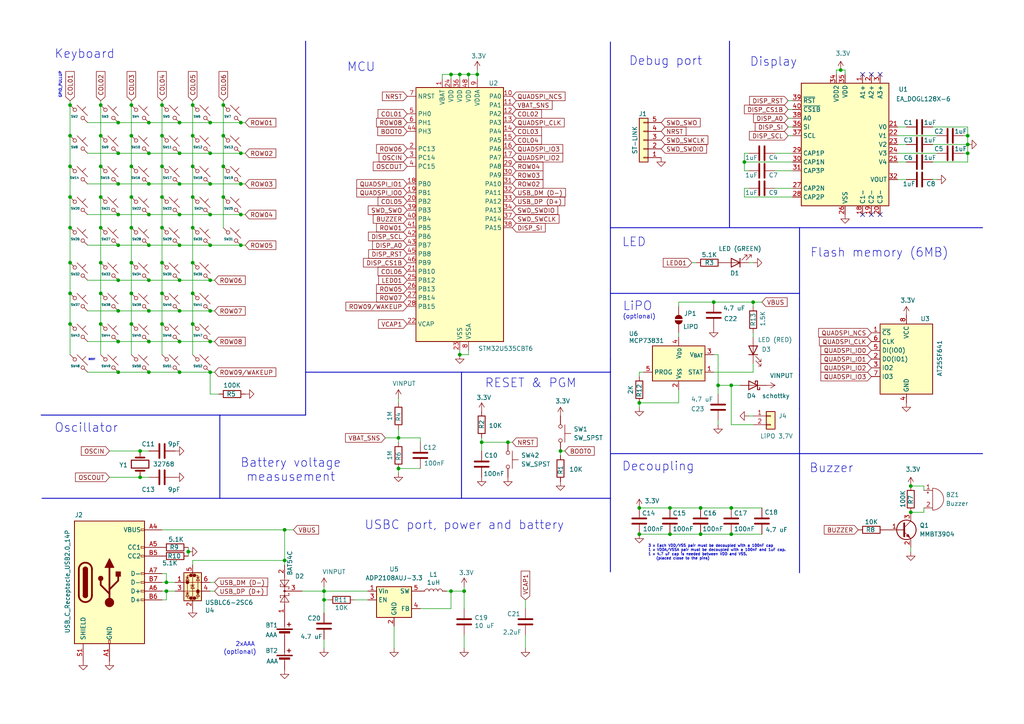
<source format=kicad_sch>
(kicad_sch (version 20231120) (generator "eeschema") (generator_version "8.0")
  (paper "A4")
  (title_block (title "DM50 Calculator") (date "2023-01-13") (rev "0.1"))
  (junction (at 54.61 160.02))
  (junction (at 185.42 154.94))
  (junction (at 60.96 90.17))
  (junction (at 38.1 30.48))
  (junction (at 69.85 35.56))
  (junction (at 69.85 44.45))
  (junction (at 34.29 90.17))
  (junction (at 46.99 85.09))
  (junction (at 52.07 62.23))
  (junction (at 82.55 153.67))
  (junction (at 207.01 87.63))
  (junction (at 162.56 130.81))
  (junction (at 29.21 30.48))
  (junction (at 280.67 44.45))
  (junction (at 60.96 53.34))
  (junction (at 218.44 87.63))
  (junction (at 38.1 85.09))
  (junction (at 133.35 102.87))
  (junction (at 29.21 66.04))
  (junction (at 43.18 99.06))
  (junction (at 64.77 39.37))
  (junction (at 20.32 39.37))
  (junction (at 43.18 81.28))
  (junction (at 55.88 66.04))
  (junction (at 194.31 154.94))
  (junction (at 203.2 147.32))
  (junction (at 264.16 148.59))
  (junction (at 69.85 53.34))
  (junction (at 60.96 44.45))
  (junction (at 46.99 76.2))
  (junction (at 212.09 111.76))
  (junction (at 20.32 66.04))
  (junction (at 130.81 21.59))
  (junction (at 52.07 53.34))
  (junction (at 55.88 93.98))
  (junction (at 48.26 168.91))
  (junction (at 133.35 21.59))
  (junction (at 69.85 71.12))
  (junction (at 280.67 39.37))
  (junction (at 46.99 30.48))
  (junction (at 34.29 99.06))
  (junction (at 46.99 66.04))
  (junction (at 29.21 39.37))
  (junction (at 38.1 48.26))
  (junction (at 29.21 57.15))
  (junction (at 46.99 39.37))
  (junction (at 93.98 171.45))
  (junction (at 55.88 76.2))
  (junction (at 60.96 99.06))
  (junction (at 38.1 66.04))
  (junction (at 135.89 21.59))
  (junction (at 185.42 147.32))
  (junction (at 134.62 171.45))
  (junction (at 34.29 71.12))
  (junction (at 46.99 93.98))
  (junction (at 40.64 130.81))
  (junction (at 64.77 57.15))
  (junction (at 52.07 81.28))
  (junction (at 55.88 30.48))
  (junction (at 60.96 107.95))
  (junction (at 147.32 128.27))
  (junction (at 38.1 57.15))
  (junction (at 130.81 171.45))
  (junction (at 215.9 46.99))
  (junction (at 38.1 93.98))
  (junction (at 138.43 21.59))
  (junction (at 34.29 53.34))
  (junction (at 34.29 44.45))
  (junction (at 52.07 90.17))
  (junction (at 34.29 107.95))
  (junction (at 60.96 71.12))
  (junction (at 115.57 127))
  (junction (at 243.84 20.32))
  (junction (at 29.21 48.26))
  (junction (at 52.07 44.45))
  (junction (at 280.67 41.91))
  (junction (at 208.28 111.76))
  (junction (at 20.32 76.2))
  (junction (at 43.18 53.34))
  (junction (at 212.09 147.32))
  (junction (at 139.7 128.27))
  (junction (at 29.21 76.2))
  (junction (at 20.32 85.09))
  (junction (at 20.32 30.48))
  (junction (at 60.96 62.23))
  (junction (at 55.88 48.26))
  (junction (at 60.96 35.56))
  (junction (at 52.07 99.06))
  (junction (at 40.64 138.43))
  (junction (at 93.98 173.99))
  (junction (at 264.16 140.97))
  (junction (at 82.55 162.56))
  (junction (at 43.18 71.12))
  (junction (at 55.88 57.15))
  (junction (at 55.88 39.37))
  (junction (at 48.26 171.45))
  (junction (at 203.2 154.94))
  (junction (at 43.18 35.56))
  (junction (at 34.29 81.28))
  (junction (at 34.29 35.56))
  (junction (at 20.32 48.26))
  (junction (at 46.99 48.26))
  (junction (at 185.42 116.84))
  (junction (at 38.1 76.2))
  (junction (at 52.07 107.95))
  (junction (at 43.18 62.23))
  (junction (at 52.07 71.12))
  (junction (at 43.18 90.17))
  (junction (at 46.99 57.15))
  (junction (at 64.77 30.48))
  (junction (at 64.77 48.26))
  (junction (at 38.1 39.37))
  (junction (at 60.96 81.28))
  (junction (at 34.29 62.23))
  (junction (at 43.18 107.95))
  (junction (at 194.31 147.32))
  (junction (at 20.32 93.98))
  (junction (at 55.88 85.09))
  (junction (at 115.57 135.89))
  (junction (at 29.21 85.09))
  (junction (at 69.85 62.23))
  (junction (at 43.18 44.45))
  (junction (at 52.07 35.56))
  (junction (at 212.09 154.94))
  (junction (at 29.21 93.98))
  (junction (at 20.32 57.15))
  (no_connect (at 255.27 62.23))
  (no_connect (at 255.27 21.59))
  (no_connect (at 252.73 21.59))
  (no_connect (at 252.73 62.23))
  (no_connect (at 250.19 62.23))
  (no_connect (at 250.19 21.59))
  (wire (pts (xy 43.18 107.95) (xy 52.07 107.95)))
  (wire (pts (xy 243.84 20.32) (xy 245.11 20.32)))
  (wire (pts (xy 208.28 111.76) (xy 208.28 114.3)))
  (wire (pts (xy 34.29 62.23) (xy 43.18 62.23)))
  (wire (pts (xy 60.96 35.56) (xy 69.85 35.56)))
  (wire (pts (xy 38.1 57.15) (xy 38.1 66.04)))
  (wire (pts (xy 34.29 71.12) (xy 43.18 71.12)))
  (wire (pts (xy 102.87 173.99) (xy 106.68 173.99)))
  (wire (pts (xy 20.32 48.26) (xy 20.32 57.15)))
  (wire (pts (xy 115.57 127) (xy 115.57 128.27)))
  (wire (pts (xy 52.07 35.56) (xy 60.96 35.56)))
  (wire (pts (xy 43.18 62.23) (xy 52.07 62.23)))
  (wire (pts (xy 55.88 29.21) (xy 55.88 30.48)))
  (wire (pts (xy 46.99 30.48) (xy 46.99 39.37)))
  (wire (pts (xy 212.09 147.32) (xy 220.98 147.32)))
  (wire (pts (xy 93.98 173.99) (xy 95.25 173.99)))
  (wire (pts (xy 82.55 162.56) (xy 82.55 163.83)))
  (wire (pts (xy 43.18 44.45) (xy 52.07 44.45)))
  (wire (pts (xy 228.6 29.21) (xy 229.87 29.21)))
  (wire (pts (xy 20.32 85.09) (xy 20.32 93.98)))
  (wire (pts (xy 38.1 30.48) (xy 38.1 39.37)))
  (wire (pts (xy 260.35 46.99) (xy 262.89 46.99)))
  (wire (pts (xy 54.61 160.02) (xy 54.61 161.29)))
  (wire (pts (xy 60.96 62.23) (xy 69.85 62.23)))
  (wire (pts (xy 134.62 170.18) (xy 134.62 171.45)))
  (wire (pts (xy 52.07 53.34) (xy 60.96 53.34)))
  (polyline (pts (xy 231.902 131.572) (xy 231.902 108.712)) (stroke (width 0.254)))
  (wire (pts (xy 194.31 154.94) (xy 203.2 154.94)))
  (wire (pts (xy 52.07 62.23) (xy 60.96 62.23)))
  (polyline (pts (xy 231.902 166.116) (xy 231.902 131.572)) (stroke (width 0.254)))
  (wire (pts (xy 162.56 130.81) (xy 163.83 130.81)))
  (wire (pts (xy 46.99 173.99) (xy 48.26 173.99)))
  (wire (pts (xy 280.67 39.37) (xy 280.67 41.91)))
  (wire (pts (xy 267.97 142.24) (xy 267.97 140.97)))
  (wire (pts (xy 20.32 29.21) (xy 20.32 30.48)))
  (wire (pts (xy 264.16 148.59) (xy 267.97 148.59)))
  (wire (pts (xy 218.44 123.19) (xy 212.09 123.19)))
  (wire (pts (xy 38.1 39.37) (xy 38.1 48.26)))
  (wire (pts (xy 260.35 39.37) (xy 271.78 39.37)))
  (wire (pts (xy 93.98 170.18) (xy 93.98 171.45)))
  (wire (pts (xy 162.56 130.81) (xy 162.56 132.08)))
  (polyline (pts (xy 177.038 144.526) (xy 177.038 145.034)))
  (wire (pts (xy 60.96 90.17) (xy 62.23 90.17)))
  (wire (pts (xy 270.51 36.83) (xy 280.67 36.83)))
  (wire (pts (xy 218.44 96.52) (xy 218.44 97.79)))
  (wire (pts (xy 46.99 171.45) (xy 48.26 171.45)))
  (wire (pts (xy 224.79 44.45) (xy 229.87 44.45)))
  (wire (pts (xy 130.81 21.59) (xy 133.35 21.59)))
  (wire (pts (xy 60.96 168.91) (xy 62.23 168.91)))
  (wire (pts (xy 46.99 76.2) (xy 46.99 85.09)))
  (wire (pts (xy 82.55 153.67) (xy 82.55 162.56)))
  (wire (pts (xy 196.85 96.52) (xy 196.85 97.79)))
  (wire (pts (xy 29.21 66.04) (xy 29.21 76.2)))
  (wire (pts (xy 217.17 44.45) (xy 215.9 44.45)))
  (wire (pts (xy 218.44 87.63) (xy 207.01 87.63)))
  (wire (pts (xy 55.88 57.15) (xy 55.88 66.04)))
  (wire (pts (xy 64.77 48.26) (xy 64.77 57.15)))
  (wire (pts (xy 207.01 107.95) (xy 218.44 107.95)))
  (wire (pts (xy 29.21 29.21) (xy 29.21 30.48)))
  (wire (pts (xy 38.1 93.98) (xy 38.1 102.87)))
  (wire (pts (xy 280.67 36.83) (xy 280.67 39.37)))
  (wire (pts (xy 34.29 81.28) (xy 43.18 81.28)))
  (wire (pts (xy 38.1 76.2) (xy 38.1 85.09)))
  (wire (pts (xy 134.62 187.96) (xy 134.62 184.15)))
  (wire (pts (xy 185.42 116.84) (xy 196.85 116.84)))
  (wire (pts (xy 121.92 128.27) (xy 121.92 127)))
  (wire (pts (xy 34.29 35.56) (xy 43.18 35.56)))
  (wire (pts (xy 139.7 127) (xy 139.7 128.27)))
  (wire (pts (xy 260.35 44.45) (xy 271.78 44.45)))
  (wire (pts (xy 111.76 127) (xy 115.57 127)))
  (wire (pts (xy 280.67 46.99) (xy 270.51 46.99)))
  (wire (pts (xy 25.4 62.23) (xy 34.29 62.23)))
  (wire (pts (xy 264.16 140.97) (xy 267.97 140.97)))
  (wire (pts (xy 64.77 29.21) (xy 64.77 30.48)))
  (wire (pts (xy 38.1 29.21) (xy 38.1 30.48)))
  (wire (pts (xy 29.21 39.37) (xy 29.21 48.26)))
  (wire (pts (xy 139.7 128.27) (xy 147.32 128.27)))
  (wire (pts (xy 215.9 46.99) (xy 215.9 49.53)))
  (wire (pts (xy 55.88 163.83) (xy 55.88 162.56)))
  (wire (pts (xy 130.81 171.45) (xy 134.62 171.45)))
  (wire (pts (xy 64.77 30.48) (xy 64.77 39.37)))
  (wire (pts (xy 215.9 49.53) (xy 217.17 49.53)))
  (wire (pts (xy 135.89 21.59) (xy 133.35 21.59)))
  (wire (pts (xy 196.85 87.63) (xy 207.01 87.63)))
  (polyline (pts (xy 63.754 120.396) (xy 63.754 144.526)) (stroke (width 0.254)))
  (wire (pts (xy 20.32 76.2) (xy 20.32 85.09)))
  (wire (pts (xy 87.63 171.45) (xy 93.98 171.45)))
  (wire (pts (xy 200.66 76.2) (xy 201.93 76.2)))
  (wire (pts (xy 60.96 81.28) (xy 62.23 81.28)))
  (wire (pts (xy 134.62 176.53) (xy 134.62 171.45)))
  (wire (pts (xy 245.11 20.32) (xy 245.11 21.59)))
  (wire (pts (xy 93.98 171.45) (xy 106.68 171.45)))
  (wire (pts (xy 20.32 57.15) (xy 20.32 66.04)))
  (polyline (pts (xy 177.038 66.04) (xy 211.328 66.04)) (stroke (width 0.254)))
  (wire (pts (xy 185.42 147.32) (xy 194.31 147.32)))
  (wire (pts (xy 270.51 41.91) (xy 280.67 41.91)))
  (wire (pts (xy 194.31 147.32) (xy 203.2 147.32)))
  (wire (pts (xy 25.4 81.28) (xy 34.29 81.28)))
  (wire (pts (xy 130.81 171.45) (xy 130.81 176.53)))
  (wire (pts (xy 129.54 171.45) (xy 130.81 171.45)))
  (wire (pts (xy 208.28 111.76) (xy 212.09 111.76)))
  (wire (pts (xy 64.77 39.37) (xy 64.77 48.26)))
  (wire (pts (xy 215.9 44.45) (xy 215.9 46.99)))
  (wire (pts (xy 218.44 87.63) (xy 220.98 87.63)))
  (wire (pts (xy 135.89 101.6) (xy 135.89 102.87)))
  (polyline (pts (xy 177.038 120.396) (xy 177.038 120.904)))
  (wire (pts (xy 147.32 128.27) (xy 148.59 128.27)))
  (wire (pts (xy 69.85 44.45) (xy 71.12 44.45)))
  (wire (pts (xy 55.88 85.09) (xy 55.88 93.98)))
  (wire (pts (xy 20.32 39.37) (xy 20.32 48.26)))
  (wire (pts (xy 46.99 29.21) (xy 46.99 30.48)))
  (wire (pts (xy 228.6 31.75) (xy 229.87 31.75)))
  (wire (pts (xy 25.4 44.45) (xy 34.29 44.45)))
  (wire (pts (xy 194.31 154.94) (xy 185.42 154.94)))
  (wire (pts (xy 34.29 53.34) (xy 43.18 53.34)))
  (polyline (pts (xy 231.902 104.14) (xy 231.902 66.04)) (stroke (width 0.254)))
  (wire (pts (xy 60.96 53.34) (xy 69.85 53.34)))
  (wire (pts (xy 186.69 107.95) (xy 185.42 107.95)))
  (wire (pts (xy 82.55 153.67) (xy 85.09 153.67)))
  (wire (pts (xy 208.28 102.87) (xy 208.28 111.76)))
  (wire (pts (xy 212.09 123.19) (xy 212.09 111.76)))
  (wire (pts (xy 55.88 162.56) (xy 82.55 162.56)))
  (wire (pts (xy 55.88 30.48) (xy 55.88 39.37)))
  (wire (pts (xy 55.88 93.98) (xy 55.88 102.87)))
  (wire (pts (xy 93.98 177.8) (xy 93.98 173.99)))
  (wire (pts (xy 212.09 154.94) (xy 220.98 154.94)))
  (wire (pts (xy 185.42 107.95) (xy 185.42 109.22)))
  (wire (pts (xy 93.98 173.99) (xy 93.98 171.45)))
  (wire (pts (xy 69.85 62.23) (xy 71.12 62.23)))
  (wire (pts (xy 271.78 52.07) (xy 270.51 52.07)))
  (wire (pts (xy 60.96 171.45) (xy 62.23 171.45)))
  (wire (pts (xy 34.29 44.45) (xy 43.18 44.45)))
  (wire (pts (xy 52.07 71.12) (xy 60.96 71.12)))
  (wire (pts (xy 115.57 124.46) (xy 115.57 127)))
  (wire (pts (xy 34.29 107.95) (xy 43.18 107.95)))
  (wire (pts (xy 69.85 71.12) (xy 71.12 71.12)))
  (wire (pts (xy 208.28 121.92) (xy 208.28 123.19)))
  (wire (pts (xy 25.4 90.17) (xy 34.29 90.17)))
  (wire (pts (xy 48.26 166.37) (xy 48.26 168.91)))
  (wire (pts (xy 279.4 39.37) (xy 280.67 39.37)))
  (wire (pts (xy 25.4 99.06) (xy 34.29 99.06)))
  (wire (pts (xy 93.98 187.96) (xy 93.98 185.42)))
  (wire (pts (xy 138.43 20.32) (xy 138.43 21.59)))
  (wire (pts (xy 46.99 93.98) (xy 46.99 102.87)))
  (wire (pts (xy 60.96 99.06) (xy 62.23 99.06)))
  (polyline (pts (xy 231.902 66.04) (xy 232.156 66.04)))
  (wire (pts (xy 38.1 85.09) (xy 38.1 93.98)))
  (wire (pts (xy 114.3 187.96) (xy 114.3 181.61)))
  (wire (pts (xy 242.57 20.32) (xy 243.84 20.32)))
  (wire (pts (xy 34.29 99.06) (xy 43.18 99.06)))
  (wire (pts (xy 267.97 147.32) (xy 267.97 148.59)))
  (wire (pts (xy 133.35 101.6) (xy 133.35 102.87)))
  (wire (pts (xy 69.85 53.34) (xy 71.12 53.34)))
  (polyline (pts (xy 231.902 104.14) (xy 231.902 108.712)) (stroke (width 0.254)))
  (wire (pts (xy 207.01 102.87) (xy 208.28 102.87)))
  (wire (pts (xy 69.85 35.56) (xy 71.12 35.56)))
  (wire (pts (xy 121.92 176.53) (xy 130.81 176.53)))
  (wire (pts (xy 52.07 107.95) (xy 60.96 107.95)))
  (wire (pts (xy 228.6 36.83) (xy 229.87 36.83)))
  (wire (pts (xy 52.07 44.45) (xy 60.96 44.45)))
  (wire (pts (xy 46.99 48.26) (xy 46.99 57.15)))
  (wire (pts (xy 52.07 99.06) (xy 60.96 99.06)))
  (polyline (pts (xy 177.038 165.862) (xy 177.038 131.572)) (stroke (width 0.254)))
  (wire (pts (xy 133.35 21.59) (xy 133.35 22.86)))
  (polyline (pts (xy 177.038 131.572) (xy 231.648 131.572)) (stroke (width 0.254)))
  (wire (pts (xy 115.57 115.57) (xy 115.57 116.84)))
  (wire (pts (xy 29.21 48.26) (xy 29.21 57.15)))
  (wire (pts (xy 138.43 21.59) (xy 135.89 21.59)))
  (wire (pts (xy 46.99 166.37) (xy 48.26 166.37)))
  (wire (pts (xy 48.26 171.45) (xy 48.26 173.99)))
  (wire (pts (xy 60.96 107.95) (xy 60.96 114.3)))
  (wire (pts (xy 34.29 90.17) (xy 43.18 90.17)))
  (wire (pts (xy 130.81 21.59) (xy 130.81 22.86)))
  (wire (pts (xy 55.88 76.2) (xy 55.88 85.09)))
  (polyline (pts (xy 211.582 11.938) (xy 211.582 66.04)) (stroke (width 0.254)))
  (wire (pts (xy 20.32 30.48) (xy 20.32 39.37)))
  (polyline (pts (xy 11.938 120.396) (xy 88.646 120.396)) (stroke (width 0.254)))
  (wire (pts (xy 60.96 107.95) (xy 62.23 107.95)))
  (wire (pts (xy 135.89 21.59) (xy 135.89 22.86)))
  (wire (pts (xy 218.44 105.41) (xy 218.44 107.95)))
  (wire (pts (xy 115.57 135.89) (xy 121.92 135.89)))
  (wire (pts (xy 260.35 36.83) (xy 262.89 36.83)))
  (polyline (pts (xy 88.646 12.192) (xy 88.646 12.192)))
  (wire (pts (xy 29.21 85.09) (xy 29.21 93.98)))
  (wire (pts (xy 25.4 35.56) (xy 34.29 35.56)))
  (wire (pts (xy 224.79 49.53) (xy 229.87 49.53)))
  (wire (pts (xy 260.35 41.91) (xy 262.89 41.91)))
  (wire (pts (xy 218.44 120.65) (xy 217.17 120.65)))
  (wire (pts (xy 20.32 66.04) (xy 20.32 76.2)))
  (wire (pts (xy 115.57 127) (xy 121.92 127)))
  (wire (pts (xy 29.21 57.15) (xy 29.21 66.04)))
  (wire (pts (xy 29.21 30.48) (xy 29.21 39.37)))
  (polyline (pts (xy 133.858 107.95) (xy 133.858 144.526)) (stroke (width 0.254)))
  (wire (pts (xy 31.75 130.81) (xy 40.64 130.81)))
  (wire (pts (xy 280.67 41.91) (xy 280.67 44.45)))
  (polyline (pts (xy 231.902 118.618) (xy 231.902 118.364)))
  (wire (pts (xy 55.88 48.26) (xy 55.88 57.15)))
  (wire (pts (xy 40.64 138.43) (xy 43.18 138.43)))
  (wire (pts (xy 152.4 184.15) (xy 152.4 187.96)))
  (wire (pts (xy 29.21 93.98) (xy 29.21 102.87)))
  (wire (pts (xy 48.26 168.91) (xy 50.8 168.91)))
  (wire (pts (xy 264.16 158.75) (xy 264.16 160.02)))
  (wire (pts (xy 242.57 21.59) (xy 242.57 20.32)))
  (wire (pts (xy 55.88 39.37) (xy 55.88 48.26)))
  (polyline (pts (xy 211.582 66.04) (xy 284.988 66.04)) (stroke (width 0.254)))
  (wire (pts (xy 260.35 52.07) (xy 262.89 52.07)))
  (wire (pts (xy 31.75 138.43) (xy 40.64 138.43)))
  (wire (pts (xy 280.67 44.45) (xy 280.67 46.99)))
  (wire (pts (xy 60.96 71.12) (xy 69.85 71.12)))
  (wire (pts (xy 46.99 39.37) (xy 46.99 48.26)))
  (wire (pts (xy 128.27 22.86) (xy 128.27 21.59)))
  (wire (pts (xy 25.4 107.95) (xy 34.29 107.95)))
  (wire (pts (xy 196.85 116.84) (xy 196.85 113.03)))
  (wire (pts (xy 203.2 154.94) (xy 212.09 154.94)))
  (polyline (pts (xy 88.646 107.95) (xy 177.038 107.95)) (stroke (width 0.254)))
  (wire (pts (xy 228.6 34.29) (xy 229.87 34.29)))
  (wire (pts (xy 139.7 128.27) (xy 139.7 130.81)))
  (wire (pts (xy 38.1 48.26) (xy 38.1 57.15)))
  (polyline (pts (xy 177.038 12.192) (xy 177.038 66.04)) (stroke (width 0.254)))
  (wire (pts (xy 215.9 57.15) (xy 229.87 57.15)))
  (polyline (pts (xy 177.038 104.14) (xy 177.038 66.04)) (stroke (width 0.254)))
  (polyline (pts (xy 12.192 144.526) (xy 177.038 144.526)) (stroke (width 0.254)))
  (polyline (pts (xy 177.038 85.09) (xy 231.902 85.09)) (stroke (width 0.254)))
  (polyline (pts (xy 88.646 11.938) (xy 88.646 120.396)) (stroke (width 0.254)))
  (wire (pts (xy 138.43 21.59) (xy 138.43 22.86)))
  (wire (pts (xy 52.07 81.28) (xy 60.96 81.28)))
  (polyline (pts (xy 231.902 131.572) (xy 284.988 131.572)) (stroke (width 0.254)))
  (wire (pts (xy 55.88 66.04) (xy 55.88 76.2)))
  (wire (pts (xy 115.57 135.89) (xy 115.57 137.16)))
  (wire (pts (xy 185.42 116.84) (xy 185.42 118.11)))
  (wire (pts (xy 40.64 130.81) (xy 43.18 130.81)))
  (wire (pts (xy 46.99 153.67) (xy 82.55 153.67)))
  (wire (pts (xy 48.26 171.45) (xy 50.8 171.45)))
  (wire (pts (xy 20.32 93.98) (xy 20.32 102.87)))
  (wire (pts (xy 25.4 71.12) (xy 34.29 71.12)))
  (wire (pts (xy 228.6 39.37) (xy 229.87 39.37)))
  (wire (pts (xy 29.21 76.2) (xy 29.21 85.09)))
  (wire (pts (xy 54.61 158.75) (xy 54.61 160.02)))
  (wire (pts (xy 224.79 54.61) (xy 229.87 54.61)))
  (wire (pts (xy 64.77 57.15) (xy 64.77 66.04)))
  (wire (pts (xy 60.96 114.3) (xy 63.5 114.3)))
  (wire (pts (xy 43.18 35.56) (xy 52.07 35.56)))
  (wire (pts (xy 218.44 88.9) (xy 218.44 87.63)))
  (wire (pts (xy 212.09 111.76) (xy 214.63 111.76)))
  (polyline (pts (xy 177.038 131.318) (xy 177.038 104.14)) (stroke (width 0.254)))
  (wire (pts (xy 43.18 53.34) (xy 52.07 53.34)))
  (wire (pts (xy 25.4 53.34) (xy 34.29 53.34)))
  (wire (pts (xy 43.18 71.12) (xy 52.07 71.12)))
  (wire (pts (xy 128.27 21.59) (xy 130.81 21.59)))
  (polyline (pts (xy 177.038 107.95) (xy 177.038 107.696)) (stroke (width 0.254)))
  (wire (pts (xy 203.2 147.32) (xy 212.09 147.32)))
  (wire (pts (xy 46.99 85.09) (xy 46.99 93.98)))
  (wire (pts (xy 46.99 168.91) (xy 48.26 168.91)))
  (wire (pts (xy 217.17 76.2) (xy 218.44 76.2)))
  (wire (pts (xy 46.99 66.04) (xy 46.99 76.2)))
  (wire (pts (xy 43.18 90.17) (xy 52.07 90.17)))
  (wire (pts (xy 43.18 99.06) (xy 52.07 99.06)))
  (wire (pts (xy 133.35 102.87) (xy 135.89 102.87)))
  (wire (pts (xy 38.1 66.04) (xy 38.1 76.2)))
  (wire (pts (xy 279.4 44.45) (xy 280.67 44.45)))
  (wire (pts (xy 215.9 46.99) (xy 229.87 46.99)))
  (wire (pts (xy 215.9 54.61) (xy 215.9 57.15)))
  (wire (pts (xy 217.17 54.61) (xy 215.9 54.61)))
  (wire (pts (xy 43.18 81.28) (xy 52.07 81.28)))
  (wire (pts (xy 196.85 88.9) (xy 196.85 87.63)))
  (wire (pts (xy 46.99 57.15) (xy 46.99 66.04)))
  (wire (pts (xy 152.4 173.99) (xy 152.4 176.53)))
  (wire (pts (xy 60.96 44.45) (xy 69.85 44.45)))
  (wire (pts (xy 52.07 90.17) (xy 60.96 90.17)))
  (text "Oscillator" (at 15.748 124.206 0) (effects (font (size 2.54 2.54)) (justify left)))
  (text "Debug port" (at 182.372 17.78 0) (effects (font (size 2.54 2.54)) (justify left)))
  (text "(optional)" (at 64.77 189.23 0) (effects (font (size 1.27 1.27)) (justify left)))
  (text "LED" (at 187.452 70.358 0) (effects (font (size 2.54 2.54)) (justify right)))
  (text "Decoupling" (at 180.34 135.382 0) (effects (font (size 2.54 2.54)) (justify left)))
  (text "Buzzer" (at 234.696 135.89 0) (effects (font (size 2.54 2.54)) (justify left)))
  (text "(optional)" (at 180.594 91.948 0) (effects (font (size 1.27 1.27)) (justify left)))
  (text "MCU" (at 100.584 19.558 0) (effects (font (size 2.54 2.54)) (justify left)))
  (text "USBC port, power and battery" (at 105.664 152.4 0) (effects (font (size 2.54 2.54)) (justify left)))
  (text "Keyboard" (at 15.748 15.748 0) (effects (font (size 2.54 2.54)) (justify left)))
  (text "GPIO_PULLUP" (at 17.526 24.638 90) (effects (font (size 0.762 0.762))))
  (text "Flash memory (6MB)" (at 234.95 73.406 0) (effects (font (size 2.54 2.54)) (justify left)))
  (text "2xAAA" (at 71.12 186.944 0) (effects (font (size 1.27 1.27))))
  (text "LiPO" (at 180.594 88.9 0) (effects (font (size 2.54 2.54)) (justify left)))
  (text "Display" (at 217.424 18.034 0) (effects (font (size 2.54 2.54)) (justify left)))
  (text "RESET & PGM" (at 153.924 111.252 0) (effects (font (size 2.54 2.54))))
  (text "Battery voltage\nmeasusement" (at 84.328 136.398 0) (effects (font (size 2.54 2.54))))
  (text "3 x Each VDD/VSS pair must be decoupled with a 100nF cap\n1 x VDDA/VSSA pair must be decoupled with a 100nF and 1uF cap.\n1 x 4.7 uF cap is needed between VDD and VSS.\n    (placed close to the pins)" (at 187.96 160.274 0) (effects (font (size 0.762 0.762)) (justify left)))
  (text "BOOT" (at 26.67 104.394 0) (effects (font (size 0.508 0.508))))
  (global_label "VCAP1" (shape input) (at 118.11 93.98 180) (property "Intersheetrefs" "${INTERSHEET_REFS}" (effects (hide yes))))
  (global_label "VBUS" (shape input) (at 220.98 87.63 0) (property "Intersheetrefs" "${INTERSHEET_REFS}" (effects (hide yes))))
  (global_label "QUADSPI_IO0" (shape input) (at 252.73 101.6 180) (property "Intersheetrefs" "${INTERSHEET_REFS}" (effects (hide yes))))
  (global_label "BUZZER" (shape input) (at 118.11 63.5 180) (property "Intersheetrefs" "${INTERSHEET_REFS}" (effects (hide yes))))
  (global_label "SWD_SWCLK" (shape input) (at 148.59 63.5 0) (property "Intersheetrefs" "${INTERSHEET_REFS}" (effects (hide yes))))
  (global_label "NRST" (shape input) (at 118.11 27.94 180) (property "Intersheetrefs" "${INTERSHEET_REFS}" (effects (hide yes))))
  (global_label "SWD_SWDIO" (shape input) (at 191.77 43.18 0) (property "Intersheetrefs" "${INTERSHEET_REFS}" (effects (hide yes))))
  (global_label "COL02" (shape input) (at 29.21 29.21 90) (property "Intersheetrefs" "${INTERSHEET_REFS}" (effects (hide yes))))
  (global_label "QUADSPI_NCS" (shape input) (at 252.73 96.52 180) (property "Intersheetrefs" "${INTERSHEET_REFS}" (effects (hide yes))))
  (global_label "COL06" (shape input) (at 64.77 29.21 90) (property "Intersheetrefs" "${INTERSHEET_REFS}" (effects (hide yes))))
  (global_label "COL06" (shape input) (at 118.11 78.74 180) (property "Intersheetrefs" "${INTERSHEET_REFS}" (effects (hide yes))))
  (global_label "DISP_RST" (shape input) (at 118.11 73.66 180) (property "Intersheetrefs" "${INTERSHEET_REFS}" (effects (hide yes))))
  (global_label "BOOT0" (shape input) (at 163.83 130.81 0) (property "Intersheetrefs" "${INTERSHEET_REFS}" (effects (hide yes))))
  (global_label "ROW07" (shape input) (at 62.23 90.17 0) (property "Intersheetrefs" "${INTERSHEET_REFS}" (effects (hide yes))))
  (global_label "NRST" (shape input) (at 191.77 38.1 0) (property "Intersheetrefs" "${INTERSHEET_REFS}" (effects (hide yes))))
  (global_label "COL03" (shape input) (at 148.59 38.1 0) (property "Intersheetrefs" "${INTERSHEET_REFS}" (effects (hide yes))))
  (global_label "DISP_CS1B" (shape input) (at 118.11 76.2 180) (property "Intersheetrefs" "${INTERSHEET_REFS}" (effects (hide yes))))
  (global_label "ROW02" (shape input) (at 71.12 44.45 0) (property "Intersheetrefs" "${INTERSHEET_REFS}" (effects (hide yes))))
  (global_label "COL01" (shape input) (at 118.11 33.02 180) (property "Intersheetrefs" "${INTERSHEET_REFS}" (effects (hide yes))))
  (global_label "QUADSPI_IO0" (shape input) (at 118.11 55.88 180) (property "Intersheetrefs" "${INTERSHEET_REFS}" (effects (hide yes))))
  (global_label "ROW06" (shape input) (at 118.11 43.18 180) (property "Intersheetrefs" "${INTERSHEET_REFS}" (effects (hide yes))))
  (global_label "DISP_SI" (shape input) (at 148.59 66.04 0) (property "Intersheetrefs" "${INTERSHEET_REFS}" (effects (hide yes))))
  (global_label "SWD_SWO" (shape input) (at 118.11 60.96 180) (property "Intersheetrefs" "${INTERSHEET_REFS}" (effects (hide yes))))
  (global_label "QUADSPI_IO2" (shape input) (at 252.73 106.68 180) (property "Intersheetrefs" "${INTERSHEET_REFS}" (effects (hide yes))))
  (global_label "ROW01" (shape input) (at 118.11 66.04 180) (property "Intersheetrefs" "${INTERSHEET_REFS}" (effects (hide yes))))
  (global_label "COL05" (shape input) (at 118.11 58.42 180) (property "Intersheetrefs" "${INTERSHEET_REFS}" (effects (hide yes))))
  (global_label "OSCOUT" (shape input) (at 31.75 138.43 180) (property "Intersheetrefs" "${INTERSHEET_REFS}" (effects (hide yes))))
  (global_label "USB_DP (D+)" (shape input) (at 62.23 171.45 0) (property "Intersheetrefs" "${INTERSHEET_REFS}" (effects (hide yes))))
  (global_label "QUADSPI_NCS" (shape input) (at 148.59 27.94 0) (property "Intersheetrefs" "${INTERSHEET_REFS}" (effects (hide yes))))
  (global_label "QUADSPI_IO3" (shape input) (at 148.59 43.18 0) (property "Intersheetrefs" "${INTERSHEET_REFS}" (effects (hide yes))))
  (global_label "USB_DM (D-)" (shape input) (at 62.23 168.91 0) (property "Intersheetrefs" "${INTERSHEET_REFS}" (effects (hide yes))))
  (global_label "DISP_RST" (shape input) (at 228.6 29.21 180) (property "Intersheetrefs" "${INTERSHEET_REFS}" (effects (hide yes))))
  (global_label "OSCOUT" (shape input) (at 118.11 48.26 180) (property "Intersheetrefs" "${INTERSHEET_REFS}" (effects (hide yes))))
  (global_label "USB_DM (D-)" (shape input) (at 148.59 55.88 0) (property "Intersheetrefs" "${INTERSHEET_REFS}" (effects (hide yes))))
  (global_label "ROW04" (shape input) (at 148.59 48.26 0) (property "Intersheetrefs" "${INTERSHEET_REFS}" (effects (hide yes))))
  (global_label "DISP_SI" (shape input) (at 228.6 36.83 180) (property "Intersheetrefs" "${INTERSHEET_REFS}" (effects (hide yes))))
  (global_label "VBAT_SNS" (shape input) (at 111.76 127 180) (property "Intersheetrefs" "${INTERSHEET_REFS}" (effects (hide yes))))
  (global_label "ROW07" (shape input) (at 118.11 86.36 180) (property "Intersheetrefs" "${INTERSHEET_REFS}" (effects (hide yes))))
  (global_label "COL04" (shape input) (at 46.99 29.21 90) (property "Intersheetrefs" "${INTERSHEET_REFS}" (effects (hide yes))))
  (global_label "VBAT_SNS" (shape input) (at 148.59 30.48 0) (property "Intersheetrefs" "${INTERSHEET_REFS}" (effects (hide yes))))
  (global_label "DISP_A0" (shape input) (at 228.6 34.29 180) (property "Intersheetrefs" "${INTERSHEET_REFS}" (effects (hide yes))))
  (global_label "QUADSPI_IO1" (shape input) (at 118.11 53.34 180) (property "Intersheetrefs" "${INTERSHEET_REFS}" (effects (hide yes))))
  (global_label "VCAP1" (shape input) (at 152.4 173.99 90) (property "Intersheetrefs" "${INTERSHEET_REFS}" (effects (hide yes))))
  (global_label "DISP_SCL" (shape input) (at 118.11 68.58 180) (property "Intersheetrefs" "${INTERSHEET_REFS}" (effects (hide yes))))
  (global_label "COL05" (shape input) (at 55.88 29.21 90) (property "Intersheetrefs" "${INTERSHEET_REFS}" (effects (hide yes))))
  (global_label "VBUS" (shape input) (at 85.09 153.67 0) (property "Intersheetrefs" "${INTERSHEET_REFS}" (effects (hide yes))))
  (global_label "BOOT0" (shape input) (at 118.11 38.1 180) (property "Intersheetrefs" "${INTERSHEET_REFS}" (effects (hide yes))))
  (global_label "DISP_SCL" (shape input) (at 228.6 39.37 180) (property "Intersheetrefs" "${INTERSHEET_REFS}" (effects (hide yes))))
  (global_label "ROW09{slash}WAKEUP" (shape input) (at 118.11 88.9 180) (property "Intersheetrefs" "${INTERSHEET_REFS}" (effects (hide yes))))
  (global_label "OSCIN" (shape input) (at 118.11 45.72 180) (property "Intersheetrefs" "${INTERSHEET_REFS}" (effects (hide yes))))
  (global_label "QUADSPI_CLK" (shape input) (at 252.73 99.06 180) (property "Intersheetrefs" "${INTERSHEET_REFS}" (effects (hide yes))))
  (global_label "ROW09{slash}WAKEUP" (shape input) (at 62.23 107.95 0) (property "Intersheetrefs" "${INTERSHEET_REFS}" (effects (hide yes))))
  (global_label "ROW06" (shape input) (at 62.23 81.28 0) (property "Intersheetrefs" "${INTERSHEET_REFS}" (effects (hide yes))))
  (global_label "QUADSPI_IO2" (shape input) (at 148.59 45.72 0) (property "Intersheetrefs" "${INTERSHEET_REFS}" (effects (hide yes))))
  (global_label "LED01" (shape input) (at 200.66 76.2 180) (property "Intersheetrefs" "${INTERSHEET_REFS}" (effects (hide yes))))
  (global_label "OSCIN" (shape input) (at 31.75 130.81 180) (property "Intersheetrefs" "${INTERSHEET_REFS}" (effects (hide yes))))
  (global_label "COL04" (shape input) (at 148.59 40.64 0) (property "Intersheetrefs" "${INTERSHEET_REFS}" (effects (hide yes))))
  (global_label "USB_DP (D+)" (shape input) (at 148.59 58.42 0) (property "Intersheetrefs" "${INTERSHEET_REFS}" (effects (hide yes))))
  (global_label "LED01" (shape input) (at 118.11 81.28 180) (property "Intersheetrefs" "${INTERSHEET_REFS}" (effects (hide yes))))
  (global_label "SWD_SWCLK" (shape input) (at 191.77 40.64 0) (property "Intersheetrefs" "${INTERSHEET_REFS}" (effects (hide yes))))
  (global_label "ROW08" (shape input) (at 62.23 99.06 0) (property "Intersheetrefs" "${INTERSHEET_REFS}" (effects (hide yes))))
  (global_label "COL03" (shape input) (at 38.1 29.21 90) (property "Intersheetrefs" "${INTERSHEET_REFS}" (effects (hide yes))))
  (global_label "ROW02" (shape input) (at 148.59 53.34 0) (property "Intersheetrefs" "${INTERSHEET_REFS}" (effects (hide yes))))
  (global_label "SWD_SWO" (shape input) (at 191.77 35.56 0) (property "Intersheetrefs" "${INTERSHEET_REFS}" (effects (hide yes))))
  (global_label "QUADSPI_CLK" (shape input) (at 148.59 35.56 0) (property "Intersheetrefs" "${INTERSHEET_REFS}" (effects (hide yes))))
  (global_label "DISP_CS1B" (shape input) (at 228.6 31.75 180) (property "Intersheetrefs" "${INTERSHEET_REFS}" (effects (hide yes))))
  (global_label "ROW05" (shape input) (at 71.12 71.12 0) (property "Intersheetrefs" "${INTERSHEET_REFS}" (effects (hide yes))))
  (global_label "NRST" (shape input) (at 148.59 128.27 0) (property "Intersheetrefs" "${INTERSHEET_REFS}" (effects (hide yes))))
  (global_label "ROW03" (shape input) (at 71.12 53.34 0) (property "Intersheetrefs" "${INTERSHEET_REFS}" (effects (hide yes))))
  (global_label "BUZZER" (shape input) (at 248.92 153.67 180) (property "Intersheetrefs" "${INTERSHEET_REFS}" (effects (hide yes))))
  (global_label "SWD_SWDIO" (shape input) (at 148.59 60.96 0) (property "Intersheetrefs" "${INTERSHEET_REFS}" (effects (hide yes))))
  (global_label "ROW04" (shape input) (at 71.12 62.23 0) (property "Intersheetrefs" "${INTERSHEET_REFS}" (effects (hide yes))))
  (global_label "ROW01" (shape input) (at 71.12 35.56 0) (property "Intersheetrefs" "${INTERSHEET_REFS}" (effects (hide yes))))
  (global_label "COL01" (shape input) (at 20.32 29.21 90) (property "Intersheetrefs" "${INTERSHEET_REFS}" (effects (hide yes))))
  (global_label "ROW03" (shape input) (at 148.59 50.8 0) (property "Intersheetrefs" "${INTERSHEET_REFS}" (effects (hide yes))))
  (global_label "DISP_A0" (shape input) (at 118.11 71.12 180) (property "Intersheetrefs" "${INTERSHEET_REFS}" (effects (hide yes))))
  (global_label "QUADSPI_IO3" (shape input) (at 252.73 109.22 180) (property "Intersheetrefs" "${INTERSHEET_REFS}" (effects (hide yes))))
  (global_label "QUADSPI_IO1" (shape input) (at 252.73 104.14 180) (property "Intersheetrefs" "${INTERSHEET_REFS}" (effects (hide yes))))
  (global_label "COL02" (shape input) (at 148.59 33.02 0) (property "Intersheetrefs" "${INTERSHEET_REFS}" (effects (hide yes))))
  (global_label "ROW05" (shape input) (at 118.11 83.82 180) (property "Intersheetrefs" "${INTERSHEET_REFS}" (effects (hide yes))))
  (global_label "ROW08" (shape input) (at 118.11 35.56 180) (property "Intersheetrefs" "${INTERSHEET_REFS}" (effects (hide yes))))
  (symbol (lib_id "Switch:SW_Push_45deg") (at 58.42 105.41 0) (unit 1)
    (property "Reference" "SW52" (at 57.404 106.172 0) (effects (font (size 0.635 0.635))))
    (property "Value" "BT_SMD" (effects (hide yes)))
    (property "Footprint" "DM50:dm50-button" (effects (hide yes)))
  )
  (symbol (lib_id "power:+BATT") (at 134.62 170.18 0) (unit 1)
    (property "Reference" "#PWR026" (effects (hide yes)))
    (property "Value" "3.3V" (at 133.096 166.116 0) (effects (justify left)))
  )
  (symbol (lib_id "Display_Graphic:EA_DOGL128X-6") (at 245.11 41.91 0) (unit 1)
    (property "Reference" "U1" (at 260.604 25.908 0) (effects (justify left)))
    (property "Value" "EA_DOGL128X-6" (at 259.842 28.702 0) (effects (justify left)))
    (property "Footprint" "DM50:EA_DOGL128-6" (effects (hide yes)))
    (property "Datasheet" "https://www.digikey.es/es/products/detail/display-visions/EA-DOGL128L-6/4896695" (effects (hide yes)))
    (property "Description" "EA DOGL128X-6 Graphical Display 128x64 optional backlight SPI 3.0-3.3V" (effects (hide yes)))
  )
  (symbol (lib_id "power:GND") (at 50.8 138.43 90) (unit 1)
    (property "Reference" "#PWR020" (effects (hide yes)))
    (property "Value" "GND" (effects (hide yes)))
  )
  (symbol (lib_id "Device:C") (at 220.98 44.45 270) (unit 1)
    (property "Reference" "C4" (at 224.282 45.72 90))
    (property "Value" "1uF" (at 217.932 45.72 90))
    (property "Footprint" "Capacitor_SMD:C_0603_1608Metric" (effects (hide yes)))
    (property "Datasheet" "https://www.digikey.es/en/products/detail/yageo/CC0603KRX7R7BB105/2833611" (effects (hide yes)))
  )
  (symbol (lib_id "Device:C") (at 275.59 44.45 90) (unit 1)
    (property "Reference" "C5" (at 272.288 43.18 90))
    (property "Value" "1uF" (at 278.638 43.18 90))
    (property "Footprint" "Capacitor_SMD:C_0603_1608Metric" (effects (hide yes)))
    (property "Datasheet" "https://www.digikey.es/en/products/detail/yageo/CC0603KRX7R7BB105/2833611" (effects (hide yes)))
  )
  (symbol (lib_id "power:+BATT") (at 185.42 147.32 0) (unit 1)
    (property "Reference" "#PWR022" (effects (hide yes)))
    (property "Value" "3.3V" (at 186.944 145.288 0) (effects (justify left)))
  )
  (symbol (lib_id "Jumper:SolderJumper_2_Open") (at 196.85 92.71 90) (unit 1) (exclude_from_sim yes) (in_bom no)
    (property "Reference" "JP1" (at 198.374 90.932 90) (effects (justify right)))
    (property "Value" "LiPO" (at 198.12 94.742 90) (effects (justify right)))
    (property "Footprint" "Jumper:SolderJumper-2_P1.3mm_Bridged_RoundedPad1.0x1.5mm" (effects (hide yes)))
    (property "Description" "Solder Jumper, 2-pole, open" (effects (hide yes)))
  )
  (symbol (lib_id "Switch:SW_Push_45deg") (at 58.42 78.74 0) (unit 1)
    (property "Reference" "SW36" (at 57.404 79.502 0) (effects (font (size 0.635 0.635))))
    (property "Value" "BT_SMD" (effects (hide yes)))
    (property "Footprint" "DM50:dm50-button" (effects (hide yes)))
  )
  (symbol (lib_id "Switch:SW_Push_45deg") (at 31.75 105.41 0) (unit 1)
    (property "Reference" "SW49" (at 30.734 106.172 0) (effects (font (size 0.635 0.635))))
    (property "Value" "BT_SMD" (effects (hide yes)))
    (property "Footprint" "DM50:dm50-button" (effects (hide yes)))
  )
  (symbol (lib_id "power:GND") (at 71.12 114.3 90) (unit 1)
    (property "Reference" "#PWR017" (effects (hide yes)))
    (property "Value" "GND" (effects (hide yes)))
  )
  (symbol (lib_id "power:+BATT") (at 115.57 115.57 0) (unit 1)
    (property "Reference" "#PWR015" (effects (hide yes)))
    (property "Value" "VINPUT" (at 113.792 111.252 0) (effects (justify left)))
  )
  (symbol (lib_id "power:+BATT") (at 264.16 140.97 0) (unit 1)
    (property "Reference" "#PWR021" (effects (hide yes)))
    (property "Value" "3.3V" (at 262.636 136.144 0) (effects (justify left)))
  )
  (symbol (lib_id "Device:Buzzer") (at 270.51 144.78 0) (unit 1)
    (property "Reference" "BZ1" (at 274.32 143.5099 0) (effects (justify left)))
    (property "Value" "Buzzer" (at 274.32 146.0499 0) (effects (justify left)))
    (property "Footprint" "DM50:Buzzer" (effects (hide yes)))
    (property "Datasheet" "https://www.digikey.es/es/products/detail/soberton-inc/PT-1303T/16354860" (effects (hide yes)))
    (property "Description" "Buzzer, polarized" (effects (hide yes)))
  )
  (symbol (lib_id "power:GND") (at 93.98 187.96 0) (unit 1)
    (property "Reference" "#PWR029" (effects (hide yes)))
    (property "Value" "GND" (effects (hide yes)))
  )
  (symbol (lib_id "power:GND") (at 139.7 138.43 0) (unit 1)
    (property "Reference" "#PWR011" (effects (hide yes)))
    (property "Value" "GND" (effects (hide yes)))
  )
  (symbol (lib_id "power:GND") (at 31.75 191.77 0) (unit 1)
    (property "Reference" "#PWR033" (effects (hide yes)))
    (property "Value" "GND" (effects (hide yes)))
  )
  (symbol (lib_id "Switch:SW_Push_45deg") (at 31.75 33.02 0) (unit 1)
    (property "Reference" "SW3" (at 30.48 33.782 0) (effects (font (size 0.635 0.635))))
    (property "Value" "BT_SMD" (effects (hide yes)))
    (property "Footprint" "DM50:dm50-button" (effects (hide yes)))
  )
  (symbol (lib_id "Device:R") (at 115.57 132.08 180) (unit 1)
    (property "Reference" "R6" (at 115.57 132.334 90))
    (property "Value" "1M" (at 113.03 132.08 90))
    (property "Footprint" "Resistor_SMD:R_0603_1608Metric" (effects (hide yes)))
    (property "Datasheet" "https://www.digikey.es/es/products/detail/stackpole-electronics-inc/RMCF0603FT1M00/1761036" (effects (hide yes)))
    (property "Description" "Resistor" (effects (hide yes)))
  )
  (symbol (lib_id "Switch:SW_Push_45deg") (at 49.53 59.69 0) (unit 1)
    (property "Reference" "SW23" (at 48.514 60.452 0) (effects (font (size 0.635 0.635))))
    (property "Value" "BT_SMD" (effects (hide yes)))
    (property "Footprint" "DM50:dm50-button" (effects (hide yes)))
  )
  (symbol (lib_id "Switch:SW_Push_45deg") (at 40.64 68.58 0) (unit 1)
    (property "Reference" "SW28" (at 39.624 69.342 0) (effects (font (size 0.635 0.635))))
    (property "Value" "BT_SMD" (effects (hide yes)))
    (property "Footprint" "DM50:dm50-button" (effects (hide yes)))
  )
  (symbol (lib_id "Device:R") (at 115.57 120.65 180) (unit 1)
    (property "Reference" "R4" (at 115.57 120.904 90))
    (property "Value" "1M" (at 113.03 120.65 90))
    (property "Footprint" "Resistor_SMD:R_0603_1608Metric" (effects (hide yes)))
    (property "Datasheet" "https://www.digikey.es/es/products/detail/stackpole-electronics-inc/RMCF0603FT1M00/1761036" (effects (hide yes)))
    (property "Description" "Resistor" (effects (hide yes)))
  )
  (symbol (lib_id "Memory_Flash:W25Q32JVSS") (at 262.89 104.14 0) (unit 1)
    (property "Reference" "U3" (at 266.954 92.456 0) (effects (justify left)))
    (property "Value" "AT25SF641" (at 272.542 109.22 90) (effects (justify left)))
    (property "Footprint" "Package_SO:SOIC-8_3.9x4.9mm_P1.27mm" (effects (hide yes)))
    (property "Datasheet" "https://www.digikey.es/es/products/detail/renesas-electronics-corporation/AT25SF641B-SPB-T/14831956" (effects (hide yes)))
    (property "Description" "32Mb Serial Flash Memory, Standard/Dual/Quad SPI, SOIC-8" (effects (hide yes)))
  )
  (symbol (lib_id "Device:C") (at 266.7 36.83 90) (unit 1)
    (property "Reference" "C1" (at 263.398 35.56 90))
    (property "Value" "1uF" (at 269.748 35.56 90))
    (property "Footprint" "Capacitor_SMD:C_0603_1608Metric" (effects (hide yes)))
    (property "Datasheet" "https://www.digikey.es/en/products/detail/yageo/CC0603KRX7R7BB105/2833611" (effects (hide yes)))
  )
  (symbol (lib_id "Switch:SW_Push_45deg") (at 49.53 96.52 0) (unit 1)
    (property "Reference" "SW46" (at 48.514 97.282 0) (effects (font (size 0.635 0.635))))
    (property "Value" "BT_SMD" (effects (hide yes)))
    (property "Footprint" "DM50:dm50-button" (effects (hide yes)))
  )
  (symbol (lib_id "MCU_ST_STM32U5:STM32U535CBTx") (at 133.35 63.5 0) (unit 1)
    (property "Reference" "U2" (at 141.732 24.13 0) (effects (justify left)))
    (property "Value" "STM32U535CBT6" (at 138.684 101.092 0) (effects (justify left)))
    (property "Footprint" "Package_QFP:LQFP-48_7x7mm_P0.5mm" (effects (hide yes)))
    (property "Datasheet" "https://www.digikey.es/es/products/detail/stmicroelectronics/STM32U545CET6Q/20412791" (effects (hide yes)))
    (property "Description" "STMicroelectronics Arm Cortex-M33 MCU, 128KB flash, 274KB RAM, 37 GPIO, LQFP48" (effects (hide yes)))
  )
  (symbol (lib_id "Switch:SW_Push_45deg") (at 67.31 68.58 0) (unit 1)
    (property "Reference" "SW31" (at 66.294 69.342 0) (effects (font (size 0.635 0.635))))
    (property "Value" "BT_SMD" (effects (hide yes)))
    (property "Footprint" "DM50:dm50-button" (effects (hide yes)))
  )
  (symbol (lib_id "power:GND") (at 185.42 154.94 0) (unit 1)
    (property "Reference" "#PWR023" (effects (hide yes)))
    (property "Value" "GND" (effects (hide yes)))
  )
  (symbol (lib_id "Switch:SW_Push_45deg") (at 49.53 87.63 0) (unit 1)
    (property "Reference" "SW40" (at 48.514 88.392 0) (effects (font (size 0.635 0.635))))
    (property "Value" "BT_SMD" (effects (hide yes)))
    (property "Footprint" "DM50:dm50-button" (effects (hide yes)))
  )
  (symbol (lib_id "Device:C") (at 185.42 151.13 0) (unit 1)
    (property "Reference" "C14" (at 186.182 148.844 0) (effects (justify left)))
    (property "Value" "100nF" (at 186.436 153.416 0) (effects (justify left)))
    (property "Footprint" "Capacitor_SMD:C_0603_1608Metric" (effects (hide yes)))
    (property "Datasheet" "https://www.digikey.es/es/products/detail/yageo/CC0603KRX7R7BB104/302822" (effects (hide yes)))
  )
  (symbol (lib_id "Transistor_BJT:MMBT3904") (at 261.62 153.67 0) (unit 1)
    (property "Reference" "Q1" (at 266.7 152.3999 0) (effects (justify left)))
    (property "Value" "MMBT3904" (at 266.7 154.9399 0) (effects (justify left)))
    (property "Footprint" "Package_TO_SOT_SMD:SOT-23" (effects (hide yes)))
    (property "Datasheet" "https://www.digikey.es/es/products/detail/diotec-semiconductor/MMBT3904/13163698" (effects (hide yes)))
    (property "Description" "0.2A Ic, 40V Vce, Small Signal NPN Transistor, SOT-23" (effects (hide yes)))
  )
  (symbol (lib_id "Switch:SW_Push_45deg") (at 22.86 50.8 0) (unit 1)
    (property "Reference" "SW14" (at 21.59 51.562 0) (effects (font (size 0.635 0.635))))
    (property "Value" "BT_SMD" (effects (hide yes)))
    (property "Footprint" "DM50:dm50-button" (effects (hide yes)))
  )
  (symbol (lib_id "Switch:SW_Push_45deg") (at 49.53 105.41 0) (unit 1)
    (property "Reference" "SW51" (at 48.514 106.172 0) (effects (font (size 0.635 0.635))))
    (property "Value" "BT_SMD" (effects (hide yes)))
    (property "Footprint" "DM50:dm50-button" (effects (hide yes)))
  )
  (symbol (lib_id "power:GND") (at 162.56 139.7 0) (unit 1)
    (property "Reference" "#PWR05" (effects (hide yes)))
    (property "Value" "GND" (effects (hide yes)))
  )
  (symbol (lib_id "Device:C") (at 93.98 181.61 0) (unit 1)
    (property "Reference" "C20" (at 89.154 179.324 0) (effects (justify left)))
    (property "Value" "4.7 uF" (at 87.122 184.658 0) (effects (justify left)))
    (property "Footprint" "Capacitor_SMD:C_0603_1608Metric" (effects (hide yes)))
    (property "Datasheet" "https://www.digikey.es/es/products/detail/samsung-electro-mechanics/CL10A475KP8NNNC/3886702" (effects (hide yes)))
  )
  (symbol (lib_id "Device:R") (at 139.7 123.19 0) (unit 1)
    (property "Reference" "R2" (at 139.7 124.46 90) (effects (justify left)))
    (property "Value" "10K" (at 141.732 123.444 0) (effects (justify left)))
    (property "Footprint" "Resistor_SMD:R_0603_1608Metric" (effects (hide yes)))
    (property "Datasheet" "https://www.digikey.es/es/products/detail/stackpole-electronics-inc/RMCF0603JT10K0/1758104" (effects (hide yes)))
  )
  (symbol (lib_id "Switch:SW_Push_45deg") (at 22.86 78.74 0) (unit 1)
    (property "Reference" "SW32" (at 21.844 79.502 0) (effects (font (size 0.635 0.635))))
    (property "Value" "BT_SMD" (effects (hide yes)))
    (property "Footprint" "DM50:dm50-button" (effects (hide yes)))
  )
  (symbol (lib_id "Diode:BAT54C") (at 82.55 171.45 90) (unit 1)
    (property "Reference" "D2" (at 86.868 167.132 90))
    (property "Value" "BAT54C" (at 84.074 163.322 0))
    (property "Footprint" "Package_TO_SOT_SMD:SOT-23" (effects (hide yes)))
    (property "Datasheet" "https://www.digikey.es/es/products/detail/evvo/BAT54C/21407177" (effects (hide yes)))
    (property "Description" "dual schottky barrier diode, common cathode" (effects (hide yes)))
  )
  (symbol (lib_id "Switch:SW_Push_45deg") (at 49.53 33.02 0) (unit 1)
    (property "Reference" "SW5" (at 48.26 33.782 0) (effects (font (size 0.635 0.635))))
    (property "Value" "BT_SMD" (effects (hide yes)))
    (property "Footprint" "DM50:dm50-button" (effects (hide yes)))
  )
  (symbol (lib_id "Device:R") (at 264.16 144.78 0) (unit 1)
    (property "Reference" "R7" (at 264.16 146.304 90) (effects (justify left)))
    (property "Value" "100K" (at 261.874 147.32 90) (effects (justify left)))
    (property "Footprint" "Resistor_SMD:R_0603_1608Metric" (effects (hide yes)))
    (property "Datasheet" "https://www.digikey.es/es/products/detail/yageo/RC0603FR-07100KL/726889" (effects (hide yes)))
    (property "Description" "Resistor" (effects (hide yes)))
  )
  (symbol (lib_id "Switch:SW_Push") (at 147.32 133.35 270) (unit 1)
    (property "Reference" "SW42" (at 151.13 132.0799 90) (effects (justify left)))
    (property "Value" "SW_SPST" (at 151.13 134.6199 90) (effects (justify left)))
    (property "Footprint" "Button_Switch_SMD:SW_SPST_TL3342" (effects (hide yes)))
    (property "Datasheet" "https://www.digikey.es/es/products/detail/c-k/PTS526-SK15-SMTR2-LFS/10056626" (effects (hide yes)))
    (property "Description" "Push button switch, generic, two pins" (effects (hide yes)))
  )
  (symbol (lib_id "Device:C") (at 266.7 46.99 90) (unit 1)
    (property "Reference" "C6" (at 263.398 45.72 90))
    (property "Value" "1uF" (at 269.748 45.72 90))
    (property "Footprint" "Capacitor_SMD:C_0603_1608Metric" (effects (hide yes)))
    (property "Datasheet" "https://www.digikey.es/en/products/detail/yageo/CC0603KRX7R7BB105/2833611" (effects (hide yes)))
  )
  (symbol (lib_id "Switch:SW_Push_45deg") (at 58.42 59.69 0) (unit 1)
    (property "Reference" "SW24" (at 57.658 60.452 0) (effects (font (size 0.635 0.635))))
    (property "Value" "BT_SMD" (effects (hide yes)))
    (property "Footprint" "DM50:dm50-button" (effects (hide yes)))
  )
  (symbol (lib_id "Device:C") (at 220.98 54.61 270) (unit 1)
    (property "Reference" "C9" (at 224.282 55.88 90))
    (property "Value" "1uF" (at 217.932 55.88 90))
    (property "Footprint" "Capacitor_SMD:C_0603_1608Metric" (effects (hide yes)))
    (property "Datasheet" "https://www.digikey.es/en/products/detail/yageo/CC0603KRX7R7BB105/2833611" (effects (hide yes)))
  )
  (symbol (lib_id "Switch:SW_Push_45deg") (at 49.53 78.74 0) (unit 1)
    (property "Reference" "SW35" (at 48.514 79.502 0) (effects (font (size 0.635 0.635))))
    (property "Value" "BT_SMD" (effects (hide yes)))
    (property "Footprint" "DM50:dm50-button" (effects (hide yes)))
  )
  (symbol (lib_id "power:GND") (at 191.77 45.72 0) (unit 1)
    (property "Reference" "#PWR010" (effects (hide yes)))
    (property "Value" "GND" (effects (hide yes)))
  )
  (symbol (lib_id "Switch:SW_Push_45deg") (at 40.64 105.41 0) (unit 1)
    (property "Reference" "SW50" (at 39.624 106.172 0) (effects (font (size 0.635 0.635))))
    (property "Value" "BT_SMD" (effects (hide yes)))
    (property "Footprint" "DM50:dm50-button" (effects (hide yes)))
  )
  (symbol (lib_id "power:+BATT") (at 222.25 111.76 270) (unit 1)
    (property "Reference" "#PWR041" (effects (hide yes)))
    (property "Value" "VINPUT" (at 223.266 108.966 90) (effects (justify left)))
  )
  (symbol (lib_id "power:GND") (at 218.44 76.2 90) (unit 1)
    (property "Reference" "#PWR014" (effects (hide yes)))
    (property "Value" "GND" (effects (hide yes)))
  )
  (symbol (lib_id "Switch:SW_Push_45deg") (at 49.53 50.8 0) (unit 1)
    (property "Reference" "SW17" (at 48.514 51.562 0) (effects (font (size 0.635 0.635))))
    (property "Value" "BT_SMD" (effects (hide yes)))
    (property "Footprint" "DM50:dm50-button" (effects (hide yes)))
  )
  (symbol (lib_id "Switch:SW_Push_45deg") (at 58.42 68.58 0) (unit 1)
    (property "Reference" "SW30" (at 57.404 69.342 0) (effects (font (size 0.635 0.635))))
    (property "Value" "BT_SMD" (effects (hide yes)))
    (property "Footprint" "DM50:dm50-button" (effects (hide yes)))
  )
  (symbol (lib_id "Device:C") (at 134.62 180.34 0) (unit 1)
    (property "Reference" "C19" (at 137.6172 179.1716 0) (effects (justify left)))
    (property "Value" "10 uF" (at 137.6172 181.483 0) (effects (justify left)))
    (property "Footprint" "Capacitor_SMD:C_0603_1608Metric" (effects (hide yes)))
    (property "Datasheet" "https://www.digikey.es/es/products/detail/taiyo-yuden/LMK107BBJ106MALT/3662195" (effects (hide yes)))
  )
  (symbol (lib_id "Device:C") (at 139.7 134.62 0) (unit 1)
    (property "Reference" "C10" (at 140.462 132.08 0) (effects (justify left)))
    (property "Value" "100nF" (at 140.208 137.414 0) (effects (justify left)))
    (property "Footprint" "Capacitor_SMD:C_0603_1608Metric" (effects (hide yes)))
    (property "Datasheet" "https://www.digikey.es/es/products/detail/yageo/CC0603KRX7R7BB104/302822" (effects (hide yes)))
  )
  (symbol (lib_id "Device:C") (at 266.7 52.07 270) (unit 1)
    (property "Reference" "C8" (at 270.002 53.34 90))
    (property "Value" "1uF" (at 263.652 53.34 90))
    (property "Footprint" "Capacitor_SMD:C_0603_1608Metric" (effects (hide yes)))
    (property "Datasheet" "https://www.digikey.es/en/products/detail/yageo/CC0603KRX7R7BB105/2833611" (effects (hide yes)))
  )
  (symbol (lib_id "Device:C") (at 207.01 91.44 180) (unit 1)
    (property "Reference" "C22" (at 213.868 92.456 0) (effects (justify left)))
    (property "Value" "4.7 uF" (at 216.154 89.408 0) (effects (justify left)))
    (property "Footprint" "Capacitor_SMD:C_0603_1608Metric" (effects (hide yes)))
    (property "Datasheet" "https://www.digikey.es/es/products/detail/samsung-electro-mechanics/CL10A475KP8NNNC/3886702" (effects (hide yes)))
  )
  (symbol (lib_id "power:GND") (at 147.32 138.43 0) (unit 1)
    (property "Reference" "#PWR012" (effects (hide yes)))
    (property "Value" "GND" (effects (hide yes)))
  )
  (symbol (lib_id "Device:C") (at 208.28 118.11 0) (unit 1)
    (property "Reference" "C23" (at 200.406 118.618 0) (effects (justify left)))
    (property "Value" "4.7 uF" (at 200.406 115.824 0) (effects (justify left)))
    (property "Footprint" "Capacitor_SMD:C_0603_1608Metric" (effects (hide yes)))
    (property "Datasheet" "https://www.digikey.es/es/products/detail/samsung-electro-mechanics/CL10A475KP8NNNC/3886702" (effects (hide yes)))
  )
  (symbol (lib_id "Device:R") (at 185.42 113.03 180) (unit 1)
    (property "Reference" "R12" (at 185.42 113.284 90))
    (property "Value" "2K" (at 182.88 113.03 90))
    (property "Footprint" "Resistor_SMD:R_0603_1608Metric" (effects (hide yes)))
    (property "Datasheet" "https://www.digikey.es/es/products/detail/stackpole-electronics-inc/RMCF0603FT1M00/1761036" (effects (hide yes)))
    (property "Description" "Resistor" (effects (hide yes)))
  )
  (symbol (lib_id "Device:C") (at 46.99 138.43 90) (unit 1)
    (property "Reference" "C13" (at 44.958 141.986 90) (effects (justify left)))
    (property "Value" "9pF" (at 52.324 141.986 90) (effects (justify left)))
    (property "Footprint" "Capacitor_SMD:C_0603_1608Metric" (effects (hide yes)))
    (property "Datasheet" "https://www.digikey.es/es/products/detail/murata-electronics/GRM0335C1E9R0BA01D/4358663" (effects (hide yes)))
  )
  (symbol (lib_id "Power_Protection:USBLC6-2SC6") (at 55.88 168.91 0) (unit 1)
    (property "Reference" "U4" (at 59.436 177.038 0) (effects (justify left)))
    (property "Value" "USBLC6-2SC6" (at 59.436 174.752 0) (effects (justify left)))
    (property "Footprint" "Package_TO_SOT_SMD:SOT-23-6" (effects (hide yes)))
    (property "Datasheet" "https://www.digikey.es/es/products/detail/stmicroelectronics/USBLC6-2SC6/1040559" (effects (hide yes)))
    (property "Description" "Very low capacitance ESD protection diode, 2 data-line, SOT-23-6" (effects (hide yes)))
  )
  (symbol (lib_id "Device:C") (at 194.31 151.13 0) (unit 1)
    (property "Reference" "C15" (at 195.072 148.844 0) (effects (justify left)))
    (property "Value" "100nF" (at 195.072 153.416 0) (effects (justify left)))
    (property "Footprint" "Capacitor_SMD:C_0603_1608Metric" (effects (hide yes)))
    (property "Datasheet" "https://www.digikey.es/es/products/detail/yageo/CC0603KRX7R7BB104/302822" (effects (hide yes)))
  )
  (symbol (lib_id "power:GND") (at 82.55 194.31 0) (unit 1)
    (property "Reference" "#PWR035" (effects (hide yes)))
    (property "Value" "GND" (effects (hide yes)))
  )
  (symbol (lib_id "Switch:SW_Push_45deg") (at 22.86 33.02 0) (unit 1)
    (property "Reference" "SW2" (at 21.59 33.782 0) (effects (font (size 0.635 0.635))))
    (property "Value" "BT_SMD" (effects (hide yes)))
    (property "Footprint" "DM50:dm50-button" (effects (hide yes)))
  )
  (symbol (lib_id "Device:L") (at 125.73 171.45 90) (unit 1)
    (property "Reference" "L1" (at 125.73 166.624 90))
    (property "Value" "1uH" (at 125.73 168.9354 90))
    (property "Footprint" "Inductor_SMD:L_0805_2012Metric_Pad1.15x1.40mm_HandSolder" (effects (hide yes)))
    (property "Datasheet" "https://www.digikey.es/es/products/detail/tdk-corporation/MLZ1608A1R0WT000/2465143" (effects (hide yes)))
  )
  (symbol (lib_id "Device:C") (at 121.92 132.08 0) (unit 1)
    (property "Reference" "C12" (at 122.682 129.794 0) (effects (justify left)))
    (property "Value" "100nF" (at 122.936 134.366 0) (effects (justify left)))
    (property "Footprint" "Capacitor_SMD:C_0603_1608Metric" (effects (hide yes)))
    (property "Datasheet" "https://www.digikey.es/es/products/detail/yageo/CC0603KRX7R7BB104/302822" (effects (hide yes)))
  )
  (symbol (lib_id "Switch:SW_Push_45deg") (at 58.42 41.91 0) (unit 1)
    (property "Reference" "SW12" (at 57.404 42.672 0) (effects (font (size 0.635 0.635))))
    (property "Value" "BT_SMD" (effects (hide yes)))
    (property "Footprint" "DM50:dm50-button" (effects (hide yes)))
  )
  (symbol (lib_id "Device:C") (at 275.59 39.37 90) (unit 1)
    (property "Reference" "C2" (at 272.288 38.1 90))
    (property "Value" "1uF" (at 278.638 38.1 90))
    (property "Footprint" "Capacitor_SMD:C_0603_1608Metric" (effects (hide yes)))
    (property "Datasheet" "https://www.digikey.es/en/products/detail/yageo/CC0603KRX7R7BB105/2833611" (effects (hide yes)))
  )
  (symbol (lib_id "Regulator_Switching:ADP2108AUJ-3.3") (at 114.3 173.99 0) (unit 1)
    (property "Reference" "U5" (at 114.3 165.1 0))
    (property "Value" "ADP2108AUJ-3.3" (at 114.3 167.64 0))
    (property "Footprint" "Package_TO_SOT_SMD:TSOT-23-5" (effects (hide yes)))
    (property "Datasheet" "https://www.digikey.es/es/products/detail/analog-devices-inc/ADP2108AUJZ-3-3-R7/2042669" (effects (hide yes)))
    (property "Description" "3MHz switching bucK regulator, 600mA 3.3V output voltage," (effects (hide yes)))
  )
  (symbol (lib_id "Device:R") (at 50.8 161.29 90) (unit 1)
    (property "Reference" "R10" (at 50.546 161.29 90))
    (property "Value" "5.1K" (at 49.276 163.322 90))
    (property "Footprint" "Resistor_SMD:R_0603_1608Metric" (effects (hide yes)))
    (property "Datasheet" "https://www.digikey.es/es/products/detail/yageo/RC0603FR-075K1L/727268" (effects (hide yes)))
    (property "Description" "Resistor" (effects (hide yes)))
  )
  (symbol (lib_id "Connector:USB_C_Receptacle_USB2.0_14P") (at 31.75 168.91 0) (unit 1)
    (property "Reference" "J2" (at 22.86 149.352 0))
    (property "Value" "USB_C_Receptacle_USB2.0_14P" (at 19.558 168.656 90))
    (property "Footprint" "Connector_USB:USB_C_Receptacle_GCT_USB4105-xx-A_16P_TopMnt_Horizontal" (effects (hide yes)))
    (property "Datasheet" "https://www.digikey.es/es/products/detail/amphenol-cs-commercial-products/12402012E212A/13683192" (effects (hide yes)))
    (property "Description" "USB 2.0-only 14P Type-C Receptacle connector" (effects (hide yes)))
  )
  (symbol (lib_id "Device:LED") (at 213.36 76.2 180) (unit 1)
    (property "Reference" "D1" (at 213.106 79.248 0))
    (property "Value" "LED (GREEN)" (at 214.63 72.136 0))
    (property "Footprint" "LED_SMD:LED_0603_1608Metric" (effects (hide yes)))
    (property "Datasheet" "https://www.digikey.es/es/products/detail/liteon/LTST-C190GKT/269230" (effects (hide yes)))
    (property "Description" "Light emitting diode" (effects (hide yes)))
  )
  (symbol (lib_id "Switch:SW_Push_45deg") (at 58.42 87.63 0) (unit 1)
    (property "Reference" "SW41" (at 57.404 88.392 0) (effects (font (size 0.635 0.635))))
    (property "Value" "BT_SMD" (effects (hide yes)))
    (property "Footprint" "DM50:dm50-button" (effects (hide yes)))
  )
  (symbol (lib_id "Device:C") (at 220.98 151.13 0) (unit 1)
    (property "Reference" "C18" (at 221.742 148.59 0) (effects (justify left)))
    (property "Value" "4.7 uF" (at 221.996 153.67 0) (effects (justify left)))
    (property "Footprint" "Capacitor_SMD:C_0603_1608Metric" (effects (hide yes)))
    (property "Datasheet" "https://www.digikey.es/es/products/detail/samsung-electro-mechanics/CL10A475KP8NNNC/3886702" (effects (hide yes)))
  )
  (symbol (lib_id "power:GND") (at 280.67 41.91 90) (unit 1)
    (property "Reference" "#PWR04" (effects (hide yes)))
    (property "Value" "GND" (effects (hide yes)))
  )
  (symbol (lib_id "power:GND") (at 271.78 52.07 90) (unit 1)
    (property "Reference" "#PWR06" (effects (hide yes)))
    (property "Value" "GND" (effects (hide yes)))
  )
  (symbol (lib_id "Switch:SW_Push_45deg") (at 31.75 87.63 0) (unit 1)
    (property "Reference" "SW38" (at 30.734 88.392 0) (effects (font (size 0.635 0.635))))
    (property "Value" "BT_SMD" (effects (hide yes)))
    (property "Footprint" "DM50:dm50-button" (effects (hide yes)))
  )
  (symbol (lib_id "Battery_Management:MCP73831-2-OT") (at 196.85 105.41 0) (unit 1)
    (property "Reference" "U6" (at 182.372 96.774 0) (effects (justify left)))
    (property "Value" "MCP73831" (at 182.372 98.806 0) (effects (justify left)))
    (property "Footprint" "Package_TO_SOT_SMD:SOT-23-5" (effects (hide yes)))
    (property "Datasheet" "http://ww1.microchip.com/downloads/en/DeviceDoc/20001984g.pdf" (effects (hide yes)))
    (property "Description" "Single cell, Li-Ion/Li-Po charge management controller, 4.20V, Tri-State Status Output, in SOT23-5 package" (effects (hide yes)))
  )
  (symbol (lib_id "Switch:SW_Push_45deg") (at 40.64 59.69 0) (unit 1)
    (property "Reference" "SW22" (at 39.624 60.452 0) (effects (font (size 0.635 0.635))))
    (property "Value" "BT_SMD" (effects (hide yes)))
    (property "Footprint" "DM50:dm50-button" (effects (hide yes)))
  )
  (symbol (lib_id "Device:Crystal") (at 40.64 134.62 90) (unit 1)
    (property "Reference" "Y1" (at 35.814 134.874 90))
    (property "Value" "32768" (at 47.498 134.62 90))
    (property "Footprint" "DM50:XTAL_ABS05-32.768KHZ-9-T" (effects (hide yes)))
    (property "Datasheet" "https://www.digikey.es/es/products/detail/abracon-llc/ABS05-32-768KHZ-9-T/3508064" (effects (hide yes)))
  )
  (symbol (lib_id "Switch:SW_Push_45deg") (at 40.64 33.02 0) (unit 1)
    (property "Reference" "SW4" (at 39.37 33.782 0) (effects (font (size 0.635 0.635))))
    (property "Value" "BT_SMD" (effects (hide yes)))
    (property "Footprint" "DM50:dm50-button" (effects (hide yes)))
  )
  (symbol (lib_id "power:GND") (at 134.62 187.96 0) (unit 1)
    (property "Reference" "#PWR031" (effects (hide yes)))
    (property "Value" "GND" (effects (hide yes)))
  )
  (symbol (lib_id "Device:LED") (at 218.44 101.6 90) (unit 1)
    (property "Reference" "D3" (at 222.25 101.346 90))
    (property "Value" "LED (RED)" (at 224.79 98.552 90))
    (property "Footprint" "LED_SMD:LED_0603_1608Metric" (effects (hide yes)))
    (property "Datasheet" "https://www.digikey.es/es/products/detail/liteon/LTST-C190GKT/269230" (effects (hide yes)))
    (property "Description" "Light emitting diode" (effects (hide yes)))
  )
  (symbol (lib_id "Switch:SW_Push_45deg") (at 58.42 96.52 0) (unit 1)
    (property "Reference" "SW47" (at 57.404 97.282 0) (effects (font (size 0.635 0.635))))
    (property "Value" "BT_SMD" (effects (hide yes)))
    (property "Footprint" "DM50:dm50-button" (effects (hide yes)))
  )
  (symbol (lib_id "Switch:SW_Push") (at 162.56 125.73 270) (unit 1)
    (property "Reference" "SW1" (at 166.37 124.4599 90) (effects (justify left)))
    (property "Value" "SW_SPST" (at 166.37 126.9999 90) (effects (justify left)))
    (property "Footprint" "Button_Switch_SMD:SW_SPST_TL3342" (effects (hide yes)))
    (property "Datasheet" "https://www.digikey.es/es/products/detail/c-k/PTS526-SK15-SMTR2-LFS/10056626" (effects (hide yes)))
    (property "Description" "Push button switch, generic, two pins" (effects (hide yes)))
  )
  (symbol (lib_id "Switch:SW_Push_45deg") (at 31.75 96.52 0) (unit 1)
    (property "Reference" "SW44" (at 30.734 97.282 0) (effects (font (size 0.635 0.635))))
    (property "Value" "BT_SMD" (effects (hide yes)))
    (property "Footprint" "DM50:dm50-button" (effects (hide yes)))
  )
  (symbol (lib_id "power:GND") (at 55.88 176.53 0) (unit 1)
    (property "Reference" "#PWR027" (effects (hide yes)))
    (property "Value" "GND" (effects (hide yes)))
  )
  (symbol (lib_id "Device:C") (at 46.99 130.81 90) (unit 1)
    (property "Reference" "C11" (at 44.958 128.778 90) (effects (justify left)))
    (property "Value" "9pF" (at 52.324 128.778 90) (effects (justify left)))
    (property "Footprint" "Capacitor_SMD:C_0603_1608Metric" (effects (hide yes)))
    (property "Datasheet" "https://www.digikey.es/es/products/detail/murata-electronics/GRM0335C1E9R0BA01D/4358663" (effects (hide yes)))
  )
  (symbol (lib_id "power:GND") (at 207.01 95.25 0) (unit 1)
    (property "Reference" "#PWR037" (effects (hide yes)))
    (property "Value" "GND" (effects (hide yes)))
  )
  (symbol (lib_id "Switch:SW_Push_45deg") (at 40.64 50.8 0) (unit 1)
    (property "Reference" "SW16" (at 39.37 51.562 0) (effects (font (size 0.635 0.635))))
    (property "Value" "BT_SMD" (effects (hide yes)))
    (property "Footprint" "DM50:dm50-button" (effects (hide yes)))
  )
  (symbol (lib_id "power:+BATT") (at 93.98 170.18 0) (unit 1)
    (property "Reference" "#PWR040" (effects (hide yes)))
    (property "Value" "VINPUT" (at 93.472 165.862 0) (effects (justify left)))
  )
  (symbol (lib_id "power:GND") (at 262.89 116.84 0) (unit 1)
    (property "Reference" "#PWR016" (effects (hide yes)))
    (property "Value" "GND" (effects (hide yes)))
  )
  (symbol (lib_id "power:GND") (at 50.8 130.81 90) (unit 1)
    (property "Reference" "#PWR018" (effects (hide yes)))
    (property "Value" "GND" (effects (hide yes)))
  )
  (symbol (lib_id "Switch:SW_Push_45deg") (at 40.64 78.74 0) (unit 1)
    (property "Reference" "SW34" (at 39.624 79.502 0) (effects (font (size 0.635 0.635))))
    (property "Value" "BT_SMD" (effects (hide yes)))
    (property "Footprint" "DM50:dm50-button" (effects (hide yes)))
  )
  (symbol (lib_id "Switch:SW_Push_45deg") (at 49.53 68.58 0) (unit 1)
    (property "Reference" "SW29" (at 48.514 69.342 0) (effects (font (size 0.635 0.635))))
    (property "Value" "BT_SMD" (effects (hide yes)))
    (property "Footprint" "DM50:dm50-button" (effects (hide yes)))
  )
  (symbol (lib_id "Switch:SW_Push_45deg") (at 31.75 78.74 0) (unit 1)
    (property "Reference" "SW33" (at 30.734 79.502 0) (effects (font (size 0.635 0.635))))
    (property "Value" "BT_SMD" (effects (hide yes)))
    (property "Footprint" "DM50:dm50-button" (effects (hide yes)))
  )
  (symbol (lib_id "Switch:SW_Push_45deg") (at 58.42 33.02 0) (unit 1)
    (property "Reference" "SW6" (at 57.15 33.782 0) (effects (font (size 0.635 0.635))))
    (property "Value" "BT_SMD" (effects (hide yes)))
    (property "Footprint" "DM50:dm50-button" (effects (hide yes)))
  )
  (symbol (lib_id "power:+BATT") (at 162.56 120.65 0) (unit 1)
    (property "Reference" "#PWR036" (effects (hide yes)))
    (property "Value" "3.3V" (at 161.036 116.332 0) (effects (justify left)))
  )
  (symbol (lib_id "power:GND") (at 185.42 118.11 0) (unit 1)
    (property "Reference" "#PWR03" (effects (hide yes)))
    (property "Value" "GND" (effects (hide yes)))
  )
  (symbol (lib_id "power:GND") (at 115.57 137.16 0) (unit 1)
    (property "Reference" "#PWR019" (effects (hide yes)))
    (property "Value" "GND" (effects (hide yes)))
  )
  (symbol (lib_id "Device:C") (at 266.7 41.91 90) (unit 1)
    (property "Reference" "C3" (at 263.398 40.64 90))
    (property "Value" "1uF" (at 269.748 40.64 90))
    (property "Footprint" "Capacitor_SMD:C_0603_1608Metric" (effects (hide yes)))
    (property "Datasheet" "https://www.digikey.es/en/products/detail/yageo/CC0603KRX7R7BB105/2833611" (effects (hide yes)))
  )
  (symbol (lib_id "Switch:SW_Push_45deg") (at 31.75 50.8 0) (unit 1)
    (property "Reference" "SW15" (at 30.48 51.562 0) (effects (font (size 0.635 0.635))))
    (property "Value" "BT_SMD" (effects (hide yes)))
    (property "Footprint" "DM50:dm50-button" (effects (hide yes)))
  )
  (symbol (lib_id "Connector_Generic:Conn_01x02") (at 223.52 120.65 0) (unit 1)
    (property "Reference" "J4" (at 225.806 120.65 0) (effects (justify left)))
    (property "Value" "LiPO 3,7V" (at 220.472 126.492 0) (effects (justify left)))
    (property "Footprint" "DM50:CONN_S2B-PH-K-S_JST" (effects (hide yes)))
    (property "Description" "Generic connector, single row, 01x02, script generated (kicad-library-utils/schlib/autogen/connector/)" (effects (hide yes)))
  )
  (symbol (lib_id "Switch:SW_Push_45deg") (at 58.42 50.8 0) (unit 1)
    (property "Reference" "SW18" (at 57.404 51.562 0) (effects (font (size 0.635 0.635))))
    (property "Value" "BT_SMD" (effects (hide yes)))
    (property "Footprint" "DM50:dm50-button" (effects (hide yes)))
  )
  (symbol (lib_id "power:+BATT") (at 138.43 20.32 0) (unit 1)
    (property "Reference" "#PWR01" (effects (hide yes)))
    (property "Value" "3.3V" (at 136.652 16.256 0) (effects (justify left)))
  )
  (symbol (lib_id "power:+BATT") (at 243.84 20.32 0) (unit 1)
    (property "Reference" "#PWR02" (effects (hide yes)))
    (property "Value" "3.3V" (at 242.316 15.494 0) (effects (justify left)))
  )
  (symbol (lib_id "Switch:SW_Push_45deg") (at 31.75 68.58 0) (unit 1)
    (property "Reference" "SW27" (at 30.734 69.342 0) (effects (font (size 0.635 0.635))))
    (property "Value" "BT_SMD" (effects (hide yes)))
    (property "Footprint" "DM50:dm50-button" (effects (hide yes)))
  )
  (symbol (lib_id "Device:R") (at 205.74 76.2 90) (unit 1)
    (property "Reference" "R3" (at 205.74 76.2 90))
    (property "Value" "5.1K" (at 205.74 73.914 90))
    (property "Footprint" "Resistor_SMD:R_0603_1608Metric" (effects (hide yes)))
    (property "Datasheet" "https://www.digikey.es/es/products/detail/yageo/RC0603FR-075K1L/727268" (effects (hide yes)))
    (property "Description" "Resistor" (effects (hide yes)))
  )
  (symbol (lib_id "Device:C") (at 212.09 151.13 0) (unit 1)
    (property "Reference" "C17" (at 212.852 148.844 0) (effects (justify left)))
    (property "Value" "100nF" (at 212.852 153.416 0) (effects (justify left)))
    (property "Footprint" "Capacitor_SMD:C_0603_1608Metric" (effects (hide yes)))
    (property "Datasheet" "https://www.digikey.es/es/products/detail/yageo/CC0603KRX7R7BB104/302822" (effects (hide yes)))
  )
  (symbol (lib_id "Device:Battery_Cell") (at 82.55 184.15 0) (unit 1)
    (property "Reference" "BT1" (at 76.962 181.356 0) (effects (justify left)))
    (property "Value" "AAA" (at 76.962 184.15 0) (effects (justify left)))
    (property "Footprint" "DM50:dm50-batAAA" (effects (hide yes)))
    (property "Datasheet" "https://www.digikey.es/es/products/detail/keystone-electronics/54/2254090" (effects (hide yes)))
    (property "Description" "Single-cell battery" (effects (hide yes)))
  )
  (symbol (lib_id "Switch:SW_Push_45deg") (at 67.31 50.8 0) (unit 1)
    (property "Reference" "SW19" (at 66.294 51.562 0) (effects (font (size 0.635 0.635))))
    (property "Value" "BT_SMD" (effects (hide yes)))
    (property "Footprint" "DM50:dm50-button" (effects (hide yes)))
  )
  (symbol (lib_id "power:GND") (at 24.13 191.77 0) (unit 1)
    (property "Reference" "#PWR032" (effects (hide yes)))
    (property "Value" "GND" (effects (hide yes)))
  )
  (symbol (lib_id "Device:R") (at 252.73 153.67 90) (unit 1)
    (property "Reference" "R8" (at 252.476 153.67 90))
    (property "Value" "10K" (at 252.73 151.384 90))
    (property "Footprint" "Resistor_SMD:R_0603_1608Metric" (effects (hide yes)))
    (property "Datasheet" "https://www.digikey.es/es/products/detail/stackpole-electronics-inc/RMCF0603JT10K0/1758104" (effects (hide yes)))
    (property "Description" "Resistor" (effects (hide yes)))
  )
  (symbol (lib_id "Switch:SW_Push_45deg") (at 67.31 59.69 0) (unit 1)
    (property "Reference" "SW25" (at 66.294 60.452 0) (effects (font (size 0.635 0.635))))
    (property "Value" "BT_SMD" (effects (hide yes)))
    (property "Footprint" "DM50:dm50-button" (effects (hide yes)))
  )
  (symbol (lib_id "power:GND") (at 245.11 62.23 0) (unit 1)
    (property "Reference" "#PWR07" (effects (hide yes)))
    (property "Value" "GND" (effects (hide yes)))
  )
  (symbol (lib_id "Device:Battery_Cell") (at 82.55 191.77 0) (unit 1)
    (property "Reference" "BT2" (at 76.962 188.722 0) (effects (justify left)))
    (property "Value" "AAA" (at 77.216 191.77 0) (effects (justify left)))
    (property "Footprint" "DM50:dm50-batAAA" (effects (hide yes)))
    (property "Datasheet" "https://www.digikey.es/es/products/detail/keystone-electronics/54/2254090" (effects (hide yes)))
    (property "Description" "Single-cell battery" (effects (hide yes)))
  )
  (symbol (lib_id "Switch:SW_Push_45deg") (at 31.75 41.91 0) (unit 1)
    (property "Reference" "SW9" (at 30.48 42.672 0) (effects (font (size 0.635 0.635))))
    (property "Value" "BT_SMD" (effects (hide yes)))
    (property "Footprint" "DM50:dm50-button" (effects (hide yes)))
  )
  (symbol (lib_id "power:+BATT") (at 139.7 119.38 0) (unit 1)
    (property "Reference" "#PWR08" (effects (hide yes)))
    (property "Value" "3.3V" (at 138.176 115.316 0) (effects (justify left)))
  )
  (symbol (lib_id "power:GND") (at 264.16 160.02 0) (unit 1)
    (property "Reference" "#PWR025" (effects (hide yes)))
    (property "Value" "GND" (effects (hide yes)))
  )
  (symbol (lib_id "Switch:SW_Push_45deg") (at 22.86 96.52 0) (unit 1)
    (property "Reference" "SW43" (at 21.844 97.282 0) (effects (font (size 0.635 0.635))))
    (property "Value" "BT_SMD" (effects (hide yes)))
    (property "Footprint" "DM50:dm50-button" (effects (hide yes)))
  )
  (symbol (lib_id "Device:R") (at 99.06 173.99 90) (unit 1)
    (property "Reference" "R11" (at 98.806 173.99 90))
    (property "Value" "10K" (at 99.06 176.276 90))
    (property "Footprint" "Resistor_SMD:R_0603_1608Metric" (effects (hide yes)))
    (property "Datasheet" "https://www.digikey.es/es/products/detail/stackpole-electronics-inc/RMCF0603JT10K0/1758104" (effects (hide yes)))
    (property "Description" "Resistor" (effects (hide yes)))
  )
  (symbol (lib_id "power:GND") (at 114.3 187.96 0) (unit 1)
    (property "Reference" "#PWR030" (effects (hide yes)))
    (property "Value" "GND" (effects (hide yes)))
  )
  (symbol (lib_id "Device:C") (at 203.2 151.13 0) (unit 1)
    (property "Reference" "C16" (at 203.962 148.844 0) (effects (justify left)))
    (property "Value" "100nF" (at 203.708 153.416 0) (effects (justify left)))
    (property "Footprint" "Capacitor_SMD:C_0603_1608Metric" (effects (hide yes)))
    (property "Datasheet" "https://www.digikey.es/es/products/detail/yageo/CC0603KRX7R7BB104/302822" (effects (hide yes)))
  )
  (symbol (lib_id "power:GND") (at 133.35 102.87 0) (unit 1)
    (property "Reference" "#PWR013" (effects (hide yes)))
    (property "Value" "GND" (effects (hide yes)))
  )
  (symbol (lib_id "power:GND") (at 208.28 123.19 0) (unit 1)
    (property "Reference" "#PWR038" (effects (hide yes)))
    (property "Value" "GND" (effects (hide yes)))
  )
  (symbol (lib_id "Switch:SW_Push_45deg") (at 40.64 96.52 0) (unit 1)
    (property "Reference" "SW45" (at 39.624 97.282 0) (effects (font (size 0.635 0.635))))
    (property "Value" "BT_SMD" (effects (hide yes)))
    (property "Footprint" "DM50:dm50-button" (effects (hide yes)))
  )
  (symbol (lib_id "Switch:SW_Push_45deg") (at 22.86 68.58 0) (unit 1)
    (property "Reference" "SW26" (at 21.844 69.342 0) (effects (font (size 0.635 0.635))))
    (property "Value" "BT_SMD" (effects (hide yes)))
    (property "Footprint" "DM50:dm50-button" (effects (hide yes)))
  )
  (symbol (lib_id "Switch:SW_Push_45deg") (at 22.86 41.91 0) (unit 1)
    (property "Reference" "SW8" (at 21.59 42.672 0) (effects (font (size 0.635 0.635))))
    (property "Value" "BT_SMD" (effects (hide yes)))
    (property "Footprint" "DM50:dm50-button" (effects (hide yes)))
  )
  (symbol (lib_id "Switch:SW_Push_45deg") (at 31.75 59.69 0) (unit 1)
    (property "Reference" "SW21" (at 30.734 60.452 0) (effects (font (size 0.635 0.635))))
    (property "Value" "BT_SMD" (effects (hide yes)))
    (property "Footprint" "DM50:dm50-button" (effects (hide yes)))
  )
  (symbol (lib_id "Switch:SW_Push_45deg") (at 22.86 87.63 0) (unit 1)
    (property "Reference" "SW37" (at 21.844 88.392 0) (effects (font (size 0.635 0.635))))
    (property "Value" "BT_SMD" (effects (hide yes)))
    (property "Footprint" "DM50:dm50-button" (effects (hide yes)))
  )
  (symbol (lib_id "power:GND") (at 217.17 120.65 270) (unit 1)
    (property "Reference" "#PWR039" (effects (hide yes)))
    (property "Value" "GND" (effects (hide yes)))
  )
  (symbol (lib_id "Device:R") (at 67.31 114.3 90) (unit 1)
    (property "Reference" "R5" (at 67.056 114.3 90))
    (property "Value" "100K" (at 67.31 111.76 90))
    (property "Footprint" "Resistor_SMD:R_0603_1608Metric" (effects (hide yes)))
    (property "Datasheet" "https://www.digikey.es/es/products/detail/yageo/RC0603FR-07100KL/726889" (effects (hide yes)))
    (property "Description" "Resistor" (effects (hide yes)))
  )
  (symbol (lib_id "Switch:SW_Push_45deg") (at 40.64 87.63 0) (unit 1)
    (property "Reference" "SW39" (at 39.624 88.392 0) (effects (font (size 0.635 0.635))))
    (property "Value" "BT_SMD" (effects (hide yes)))
    (property "Footprint" "DM50:dm50-button" (effects (hide yes)))
  )
  (symbol (lib_id "Switch:SW_Push_45deg") (at 49.53 41.91 0) (unit 1)
    (property "Reference" "SW11" (at 48.514 42.672 0) (effects (font (size 0.635 0.635))))
    (property "Value" "BT_SMD" (effects (hide yes)))
    (property "Footprint" "DM50:dm50-button" (effects (hide yes)))
  )
  (symbol (lib_id "Device:D_Schottky") (at 218.44 111.76 180) (unit 1)
    (property "Reference" "D4" (at 217.932 114.808 0))
    (property "Value" "schottky" (at 225.044 114.808 0))
    (property "Footprint" "Diode_SMD:D_SOD-323" (effects (hide yes)))
    (property "Description" "Schottky diode" (effects (hide yes)))
  )
  (symbol (lib_id "Connector_Generic:Conn_01x05") (at 186.69 40.64 180) (unit 1)
    (property "Reference" "J1" (at 186.436 33.02 0))
    (property "Value" "ST-LINK" (at 184.15 40.64 90))
    (property "Footprint" "DM50:JST_CON_SMD" (effects (hide yes)))
    (property "Description" "Generic connector, single row, 01x05, script generated (kicad-library-utils/schlib/autogen/connector/)" (effects (hide yes)))
  )
  (symbol (lib_id "power:+BATT") (at 262.89 91.44 0) (unit 1)
    (property "Reference" "#PWR09" (effects (hide yes)))
    (property "Value" "3.3V" (at 261.112 87.122 0) (effects (justify left)))
  )
  (symbol (lib_id "Device:R") (at 218.44 92.71 180) (unit 1)
    (property "Reference" "R13" (at 218.44 92.71 90))
    (property "Value" "1.5K" (at 221.234 92.456 90))
    (property "Footprint" "Resistor_SMD:R_0603_1608Metric" (effects (hide yes)))
    (property "Datasheet" "https://www.digikey.es/es/products/detail/yageo/RC0603FR-075K1L/727268" (effects (hide yes)))
    (property "Description" "Resistor" (effects (hide yes)))
  )
  (symbol (lib_id "Switch:SW_Push_45deg") (at 22.86 59.69 0) (unit 1)
    (property "Reference" "SW20" (at 21.844 60.452 0) (effects (font (size 0.635 0.635))))
    (property "Value" "BT_SMD" (effects (hide yes)))
    (property "Footprint" "DM50:dm50-button" (effects (hide yes)))
  )
  (symbol (lib_id "Device:R") (at 50.8 158.75 90) (unit 1)
    (property "Reference" "R9" (at 50.546 158.75 90))
    (property "Value" "5.1K" (at 51.054 156.464 90))
    (property "Footprint" "Resistor_SMD:R_0603_1608Metric" (effects (hide yes)))
    (property "Datasheet" "https://www.digikey.es/es/products/detail/yageo/RC0603FR-075K1L/727268" (effects (hide yes)))
    (property "Description" "Resistor" (effects (hide yes)))
  )
  (symbol (lib_id "power:GND") (at 54.61 160.02 90) (unit 1)
    (property "Reference" "#PWR024" (effects (hide yes)))
    (property "Value" "GND" (effects (hide yes)))
  )
  (symbol (lib_id "Switch:SW_Push_45deg") (at 67.31 41.91 0) (unit 1)
    (property "Reference" "SW13" (at 66.294 42.672 0) (effects (font (size 0.635 0.635))))
    (property "Value" "BT_SMD" (effects (hide yes)))
    (property "Footprint" "DM50:dm50-button" (effects (hide yes)))
  )
  (symbol (lib_id "Switch:SW_Push_45deg") (at 67.31 33.02 0) (unit 1)
    (property "Reference" "SW7" (at 66.04 33.782 0) (effects (font (size 0.635 0.635))))
    (property "Value" "BT_SMD" (effects (hide yes)))
    (property "Footprint" "DM50:dm50-button" (effects (hide yes)))
  )
  (symbol (lib_id "power:GND") (at 152.4 187.96 0) (unit 1)
    (property "Reference" "#PWR034" (effects (hide yes)))
    (property "Value" "GND" (effects (hide yes)))
  )
  (symbol (lib_id "Switch:SW_Push_45deg") (at 40.64 41.91 0) (unit 1)
    (property "Reference" "SW10" (at 39.37 42.672 0) (effects (font (size 0.635 0.635))))
    (property "Value" "BT_SMD" (effects (hide yes)))
    (property "Footprint" "DM50:dm50-button" (effects (hide yes)))
  )
  (symbol (lib_id "Device:R") (at 162.56 135.89 0) (unit 1)
    (property "Reference" "R1" (at 162.56 137.668 90) (effects (justify left)))
    (property "Value" "10K" (at 165.1 136.144 0) (effects (justify left)))
    (property "Footprint" "Resistor_SMD:R_0603_1608Metric" (effects (hide yes)))
    (property "Datasheet" "https://www.digikey.es/es/products/detail/stackpole-electronics-inc/RMCF0603JT10K0/1758104" (effects (hide yes)))
  )
  (symbol (lib_id "Switch:SW_Push_45deg") (at 22.86 105.41 0) (unit 1)
    (property "Reference" "SW48" (at 21.844 106.172 0) (effects (font (size 0.635 0.635))))
    (property "Value" "BT_SMD" (effects (hide yes)))
    (property "Footprint" "DM50:dm50-button" (effects (hide yes)))
  )
  (symbol (lib_id "Device:C") (at 220.98 49.53 270) (unit 1)
    (property "Reference" "C7" (at 224.282 50.8 90))
    (property "Value" "1uF" (at 217.932 50.8 90))
    (property "Footprint" "Capacitor_SMD:C_0603_1608Metric" (effects (hide yes)))
    (property "Datasheet" "https://www.digikey.es/en/products/detail/yageo/CC0603KRX7R7BB105/2833611" (effects (hide yes)))
  )
  (symbol (lib_id "Device:C") (at 152.4 180.34 0) (unit 1)
    (property "Reference" "C21" (at 147.066 178.054 0) (effects (justify left)))
    (property "Value" "2.2uF" (at 145.796 183.388 0) (effects (justify left)))
    (property "Footprint" "Capacitor_SMD:C_0603_1608Metric" (effects (hide yes)))
    (property "Datasheet" "https://www.digikey.es/es/products/detail/murata-electronics/GRM188C71C225KE11D/4905311" (effects (hide yes)))
  )
)
</source>
